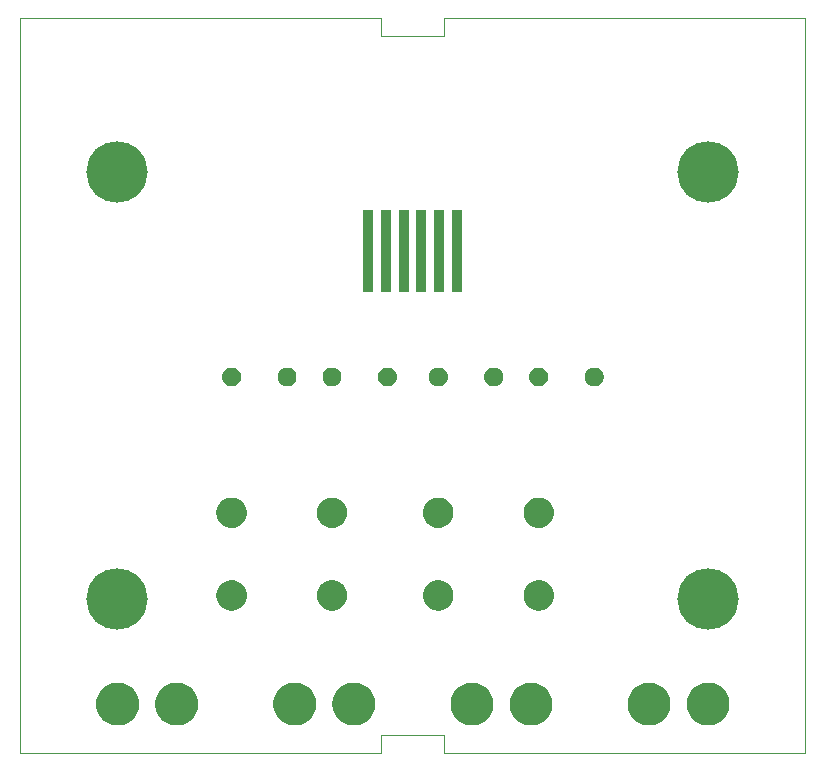
<source format=gbs>
G75*
%MOIN*%
%OFA0B0*%
%FSLAX25Y25*%
%IPPOS*%
%LPD*%
%AMOC8*
5,1,8,0,0,1.08239X$1,22.5*
%
%ADD10C,0.00000*%
%ADD11C,0.08661*%
%ADD12C,0.06299*%
%ADD13C,0.03543*%
%ADD14C,0.02362*%
%ADD15C,0.20472*%
%ADD16C,0.04800*%
%ADD17C,0.05250*%
%ADD18C,0.05315*%
%ADD19C,0.07677*%
%ADD20R,0.03346X0.27559*%
D10*
X0001300Y0010394D02*
X0001300Y0255276D01*
X0121772Y0255276D01*
X0121772Y0249370D01*
X0142639Y0249370D01*
X0142639Y0255276D01*
X0263111Y0255276D01*
X0263111Y0010394D01*
X0142639Y0010394D01*
X0142639Y0016299D01*
X0121772Y0016299D01*
X0121772Y0010394D01*
X0001300Y0010394D01*
X0029449Y0061575D02*
X0029451Y0061706D01*
X0029457Y0061838D01*
X0029467Y0061969D01*
X0029481Y0062100D01*
X0029499Y0062230D01*
X0029521Y0062359D01*
X0029546Y0062488D01*
X0029576Y0062616D01*
X0029610Y0062743D01*
X0029647Y0062870D01*
X0029688Y0062994D01*
X0029733Y0063118D01*
X0029782Y0063240D01*
X0029834Y0063361D01*
X0029890Y0063479D01*
X0029950Y0063597D01*
X0030013Y0063712D01*
X0030080Y0063825D01*
X0030150Y0063937D01*
X0030223Y0064046D01*
X0030299Y0064152D01*
X0030379Y0064257D01*
X0030462Y0064359D01*
X0030548Y0064458D01*
X0030637Y0064555D01*
X0030729Y0064649D01*
X0030824Y0064740D01*
X0030921Y0064829D01*
X0031021Y0064914D01*
X0031124Y0064996D01*
X0031229Y0065075D01*
X0031336Y0065151D01*
X0031446Y0065223D01*
X0031558Y0065292D01*
X0031672Y0065358D01*
X0031787Y0065420D01*
X0031905Y0065479D01*
X0032024Y0065534D01*
X0032145Y0065586D01*
X0032268Y0065633D01*
X0032392Y0065677D01*
X0032517Y0065718D01*
X0032643Y0065754D01*
X0032771Y0065787D01*
X0032899Y0065815D01*
X0033028Y0065840D01*
X0033158Y0065861D01*
X0033288Y0065878D01*
X0033419Y0065891D01*
X0033550Y0065900D01*
X0033681Y0065905D01*
X0033813Y0065906D01*
X0033944Y0065903D01*
X0034076Y0065896D01*
X0034207Y0065885D01*
X0034337Y0065870D01*
X0034467Y0065851D01*
X0034597Y0065828D01*
X0034725Y0065802D01*
X0034853Y0065771D01*
X0034980Y0065736D01*
X0035106Y0065698D01*
X0035230Y0065656D01*
X0035354Y0065610D01*
X0035475Y0065560D01*
X0035595Y0065507D01*
X0035714Y0065450D01*
X0035831Y0065390D01*
X0035945Y0065326D01*
X0036058Y0065258D01*
X0036169Y0065187D01*
X0036278Y0065113D01*
X0036384Y0065036D01*
X0036488Y0064955D01*
X0036589Y0064872D01*
X0036688Y0064785D01*
X0036784Y0064695D01*
X0036877Y0064602D01*
X0036968Y0064507D01*
X0037055Y0064409D01*
X0037140Y0064308D01*
X0037221Y0064205D01*
X0037299Y0064099D01*
X0037374Y0063991D01*
X0037446Y0063881D01*
X0037514Y0063769D01*
X0037579Y0063655D01*
X0037640Y0063538D01*
X0037698Y0063420D01*
X0037752Y0063300D01*
X0037803Y0063179D01*
X0037850Y0063056D01*
X0037893Y0062932D01*
X0037932Y0062807D01*
X0037968Y0062680D01*
X0037999Y0062552D01*
X0038027Y0062424D01*
X0038051Y0062295D01*
X0038071Y0062165D01*
X0038087Y0062034D01*
X0038099Y0061903D01*
X0038107Y0061772D01*
X0038111Y0061641D01*
X0038111Y0061509D01*
X0038107Y0061378D01*
X0038099Y0061247D01*
X0038087Y0061116D01*
X0038071Y0060985D01*
X0038051Y0060855D01*
X0038027Y0060726D01*
X0037999Y0060598D01*
X0037968Y0060470D01*
X0037932Y0060343D01*
X0037893Y0060218D01*
X0037850Y0060094D01*
X0037803Y0059971D01*
X0037752Y0059850D01*
X0037698Y0059730D01*
X0037640Y0059612D01*
X0037579Y0059495D01*
X0037514Y0059381D01*
X0037446Y0059269D01*
X0037374Y0059159D01*
X0037299Y0059051D01*
X0037221Y0058945D01*
X0037140Y0058842D01*
X0037055Y0058741D01*
X0036968Y0058643D01*
X0036877Y0058548D01*
X0036784Y0058455D01*
X0036688Y0058365D01*
X0036589Y0058278D01*
X0036488Y0058195D01*
X0036384Y0058114D01*
X0036278Y0058037D01*
X0036169Y0057963D01*
X0036058Y0057892D01*
X0035946Y0057824D01*
X0035831Y0057760D01*
X0035714Y0057700D01*
X0035595Y0057643D01*
X0035475Y0057590D01*
X0035354Y0057540D01*
X0035230Y0057494D01*
X0035106Y0057452D01*
X0034980Y0057414D01*
X0034853Y0057379D01*
X0034725Y0057348D01*
X0034597Y0057322D01*
X0034467Y0057299D01*
X0034337Y0057280D01*
X0034207Y0057265D01*
X0034076Y0057254D01*
X0033944Y0057247D01*
X0033813Y0057244D01*
X0033681Y0057245D01*
X0033550Y0057250D01*
X0033419Y0057259D01*
X0033288Y0057272D01*
X0033158Y0057289D01*
X0033028Y0057310D01*
X0032899Y0057335D01*
X0032771Y0057363D01*
X0032643Y0057396D01*
X0032517Y0057432D01*
X0032392Y0057473D01*
X0032268Y0057517D01*
X0032145Y0057564D01*
X0032024Y0057616D01*
X0031905Y0057671D01*
X0031787Y0057730D01*
X0031672Y0057792D01*
X0031558Y0057858D01*
X0031446Y0057927D01*
X0031336Y0057999D01*
X0031229Y0058075D01*
X0031124Y0058154D01*
X0031021Y0058236D01*
X0030921Y0058321D01*
X0030824Y0058410D01*
X0030729Y0058501D01*
X0030637Y0058595D01*
X0030548Y0058692D01*
X0030462Y0058791D01*
X0030379Y0058893D01*
X0030299Y0058998D01*
X0030223Y0059104D01*
X0030150Y0059213D01*
X0030080Y0059325D01*
X0030013Y0059438D01*
X0029950Y0059553D01*
X0029890Y0059671D01*
X0029834Y0059789D01*
X0029782Y0059910D01*
X0029733Y0060032D01*
X0029688Y0060156D01*
X0029647Y0060280D01*
X0029610Y0060407D01*
X0029576Y0060534D01*
X0029546Y0060662D01*
X0029521Y0060791D01*
X0029499Y0060920D01*
X0029481Y0061050D01*
X0029467Y0061181D01*
X0029457Y0061312D01*
X0029451Y0061444D01*
X0029449Y0061575D01*
X0029449Y0204094D02*
X0029451Y0204225D01*
X0029457Y0204357D01*
X0029467Y0204488D01*
X0029481Y0204619D01*
X0029499Y0204749D01*
X0029521Y0204878D01*
X0029546Y0205007D01*
X0029576Y0205135D01*
X0029610Y0205262D01*
X0029647Y0205389D01*
X0029688Y0205513D01*
X0029733Y0205637D01*
X0029782Y0205759D01*
X0029834Y0205880D01*
X0029890Y0205998D01*
X0029950Y0206116D01*
X0030013Y0206231D01*
X0030080Y0206344D01*
X0030150Y0206456D01*
X0030223Y0206565D01*
X0030299Y0206671D01*
X0030379Y0206776D01*
X0030462Y0206878D01*
X0030548Y0206977D01*
X0030637Y0207074D01*
X0030729Y0207168D01*
X0030824Y0207259D01*
X0030921Y0207348D01*
X0031021Y0207433D01*
X0031124Y0207515D01*
X0031229Y0207594D01*
X0031336Y0207670D01*
X0031446Y0207742D01*
X0031558Y0207811D01*
X0031672Y0207877D01*
X0031787Y0207939D01*
X0031905Y0207998D01*
X0032024Y0208053D01*
X0032145Y0208105D01*
X0032268Y0208152D01*
X0032392Y0208196D01*
X0032517Y0208237D01*
X0032643Y0208273D01*
X0032771Y0208306D01*
X0032899Y0208334D01*
X0033028Y0208359D01*
X0033158Y0208380D01*
X0033288Y0208397D01*
X0033419Y0208410D01*
X0033550Y0208419D01*
X0033681Y0208424D01*
X0033813Y0208425D01*
X0033944Y0208422D01*
X0034076Y0208415D01*
X0034207Y0208404D01*
X0034337Y0208389D01*
X0034467Y0208370D01*
X0034597Y0208347D01*
X0034725Y0208321D01*
X0034853Y0208290D01*
X0034980Y0208255D01*
X0035106Y0208217D01*
X0035230Y0208175D01*
X0035354Y0208129D01*
X0035475Y0208079D01*
X0035595Y0208026D01*
X0035714Y0207969D01*
X0035831Y0207909D01*
X0035945Y0207845D01*
X0036058Y0207777D01*
X0036169Y0207706D01*
X0036278Y0207632D01*
X0036384Y0207555D01*
X0036488Y0207474D01*
X0036589Y0207391D01*
X0036688Y0207304D01*
X0036784Y0207214D01*
X0036877Y0207121D01*
X0036968Y0207026D01*
X0037055Y0206928D01*
X0037140Y0206827D01*
X0037221Y0206724D01*
X0037299Y0206618D01*
X0037374Y0206510D01*
X0037446Y0206400D01*
X0037514Y0206288D01*
X0037579Y0206174D01*
X0037640Y0206057D01*
X0037698Y0205939D01*
X0037752Y0205819D01*
X0037803Y0205698D01*
X0037850Y0205575D01*
X0037893Y0205451D01*
X0037932Y0205326D01*
X0037968Y0205199D01*
X0037999Y0205071D01*
X0038027Y0204943D01*
X0038051Y0204814D01*
X0038071Y0204684D01*
X0038087Y0204553D01*
X0038099Y0204422D01*
X0038107Y0204291D01*
X0038111Y0204160D01*
X0038111Y0204028D01*
X0038107Y0203897D01*
X0038099Y0203766D01*
X0038087Y0203635D01*
X0038071Y0203504D01*
X0038051Y0203374D01*
X0038027Y0203245D01*
X0037999Y0203117D01*
X0037968Y0202989D01*
X0037932Y0202862D01*
X0037893Y0202737D01*
X0037850Y0202613D01*
X0037803Y0202490D01*
X0037752Y0202369D01*
X0037698Y0202249D01*
X0037640Y0202131D01*
X0037579Y0202014D01*
X0037514Y0201900D01*
X0037446Y0201788D01*
X0037374Y0201678D01*
X0037299Y0201570D01*
X0037221Y0201464D01*
X0037140Y0201361D01*
X0037055Y0201260D01*
X0036968Y0201162D01*
X0036877Y0201067D01*
X0036784Y0200974D01*
X0036688Y0200884D01*
X0036589Y0200797D01*
X0036488Y0200714D01*
X0036384Y0200633D01*
X0036278Y0200556D01*
X0036169Y0200482D01*
X0036058Y0200411D01*
X0035946Y0200343D01*
X0035831Y0200279D01*
X0035714Y0200219D01*
X0035595Y0200162D01*
X0035475Y0200109D01*
X0035354Y0200059D01*
X0035230Y0200013D01*
X0035106Y0199971D01*
X0034980Y0199933D01*
X0034853Y0199898D01*
X0034725Y0199867D01*
X0034597Y0199841D01*
X0034467Y0199818D01*
X0034337Y0199799D01*
X0034207Y0199784D01*
X0034076Y0199773D01*
X0033944Y0199766D01*
X0033813Y0199763D01*
X0033681Y0199764D01*
X0033550Y0199769D01*
X0033419Y0199778D01*
X0033288Y0199791D01*
X0033158Y0199808D01*
X0033028Y0199829D01*
X0032899Y0199854D01*
X0032771Y0199882D01*
X0032643Y0199915D01*
X0032517Y0199951D01*
X0032392Y0199992D01*
X0032268Y0200036D01*
X0032145Y0200083D01*
X0032024Y0200135D01*
X0031905Y0200190D01*
X0031787Y0200249D01*
X0031672Y0200311D01*
X0031558Y0200377D01*
X0031446Y0200446D01*
X0031336Y0200518D01*
X0031229Y0200594D01*
X0031124Y0200673D01*
X0031021Y0200755D01*
X0030921Y0200840D01*
X0030824Y0200929D01*
X0030729Y0201020D01*
X0030637Y0201114D01*
X0030548Y0201211D01*
X0030462Y0201310D01*
X0030379Y0201412D01*
X0030299Y0201517D01*
X0030223Y0201623D01*
X0030150Y0201732D01*
X0030080Y0201844D01*
X0030013Y0201957D01*
X0029950Y0202072D01*
X0029890Y0202190D01*
X0029834Y0202308D01*
X0029782Y0202429D01*
X0029733Y0202551D01*
X0029688Y0202675D01*
X0029647Y0202799D01*
X0029610Y0202926D01*
X0029576Y0203053D01*
X0029546Y0203181D01*
X0029521Y0203310D01*
X0029499Y0203439D01*
X0029481Y0203569D01*
X0029467Y0203700D01*
X0029457Y0203831D01*
X0029451Y0203963D01*
X0029449Y0204094D01*
X0226300Y0204094D02*
X0226302Y0204225D01*
X0226308Y0204357D01*
X0226318Y0204488D01*
X0226332Y0204619D01*
X0226350Y0204749D01*
X0226372Y0204878D01*
X0226397Y0205007D01*
X0226427Y0205135D01*
X0226461Y0205262D01*
X0226498Y0205389D01*
X0226539Y0205513D01*
X0226584Y0205637D01*
X0226633Y0205759D01*
X0226685Y0205880D01*
X0226741Y0205998D01*
X0226801Y0206116D01*
X0226864Y0206231D01*
X0226931Y0206344D01*
X0227001Y0206456D01*
X0227074Y0206565D01*
X0227150Y0206671D01*
X0227230Y0206776D01*
X0227313Y0206878D01*
X0227399Y0206977D01*
X0227488Y0207074D01*
X0227580Y0207168D01*
X0227675Y0207259D01*
X0227772Y0207348D01*
X0227872Y0207433D01*
X0227975Y0207515D01*
X0228080Y0207594D01*
X0228187Y0207670D01*
X0228297Y0207742D01*
X0228409Y0207811D01*
X0228523Y0207877D01*
X0228638Y0207939D01*
X0228756Y0207998D01*
X0228875Y0208053D01*
X0228996Y0208105D01*
X0229119Y0208152D01*
X0229243Y0208196D01*
X0229368Y0208237D01*
X0229494Y0208273D01*
X0229622Y0208306D01*
X0229750Y0208334D01*
X0229879Y0208359D01*
X0230009Y0208380D01*
X0230139Y0208397D01*
X0230270Y0208410D01*
X0230401Y0208419D01*
X0230532Y0208424D01*
X0230664Y0208425D01*
X0230795Y0208422D01*
X0230927Y0208415D01*
X0231058Y0208404D01*
X0231188Y0208389D01*
X0231318Y0208370D01*
X0231448Y0208347D01*
X0231576Y0208321D01*
X0231704Y0208290D01*
X0231831Y0208255D01*
X0231957Y0208217D01*
X0232081Y0208175D01*
X0232205Y0208129D01*
X0232326Y0208079D01*
X0232446Y0208026D01*
X0232565Y0207969D01*
X0232682Y0207909D01*
X0232796Y0207845D01*
X0232909Y0207777D01*
X0233020Y0207706D01*
X0233129Y0207632D01*
X0233235Y0207555D01*
X0233339Y0207474D01*
X0233440Y0207391D01*
X0233539Y0207304D01*
X0233635Y0207214D01*
X0233728Y0207121D01*
X0233819Y0207026D01*
X0233906Y0206928D01*
X0233991Y0206827D01*
X0234072Y0206724D01*
X0234150Y0206618D01*
X0234225Y0206510D01*
X0234297Y0206400D01*
X0234365Y0206288D01*
X0234430Y0206174D01*
X0234491Y0206057D01*
X0234549Y0205939D01*
X0234603Y0205819D01*
X0234654Y0205698D01*
X0234701Y0205575D01*
X0234744Y0205451D01*
X0234783Y0205326D01*
X0234819Y0205199D01*
X0234850Y0205071D01*
X0234878Y0204943D01*
X0234902Y0204814D01*
X0234922Y0204684D01*
X0234938Y0204553D01*
X0234950Y0204422D01*
X0234958Y0204291D01*
X0234962Y0204160D01*
X0234962Y0204028D01*
X0234958Y0203897D01*
X0234950Y0203766D01*
X0234938Y0203635D01*
X0234922Y0203504D01*
X0234902Y0203374D01*
X0234878Y0203245D01*
X0234850Y0203117D01*
X0234819Y0202989D01*
X0234783Y0202862D01*
X0234744Y0202737D01*
X0234701Y0202613D01*
X0234654Y0202490D01*
X0234603Y0202369D01*
X0234549Y0202249D01*
X0234491Y0202131D01*
X0234430Y0202014D01*
X0234365Y0201900D01*
X0234297Y0201788D01*
X0234225Y0201678D01*
X0234150Y0201570D01*
X0234072Y0201464D01*
X0233991Y0201361D01*
X0233906Y0201260D01*
X0233819Y0201162D01*
X0233728Y0201067D01*
X0233635Y0200974D01*
X0233539Y0200884D01*
X0233440Y0200797D01*
X0233339Y0200714D01*
X0233235Y0200633D01*
X0233129Y0200556D01*
X0233020Y0200482D01*
X0232909Y0200411D01*
X0232797Y0200343D01*
X0232682Y0200279D01*
X0232565Y0200219D01*
X0232446Y0200162D01*
X0232326Y0200109D01*
X0232205Y0200059D01*
X0232081Y0200013D01*
X0231957Y0199971D01*
X0231831Y0199933D01*
X0231704Y0199898D01*
X0231576Y0199867D01*
X0231448Y0199841D01*
X0231318Y0199818D01*
X0231188Y0199799D01*
X0231058Y0199784D01*
X0230927Y0199773D01*
X0230795Y0199766D01*
X0230664Y0199763D01*
X0230532Y0199764D01*
X0230401Y0199769D01*
X0230270Y0199778D01*
X0230139Y0199791D01*
X0230009Y0199808D01*
X0229879Y0199829D01*
X0229750Y0199854D01*
X0229622Y0199882D01*
X0229494Y0199915D01*
X0229368Y0199951D01*
X0229243Y0199992D01*
X0229119Y0200036D01*
X0228996Y0200083D01*
X0228875Y0200135D01*
X0228756Y0200190D01*
X0228638Y0200249D01*
X0228523Y0200311D01*
X0228409Y0200377D01*
X0228297Y0200446D01*
X0228187Y0200518D01*
X0228080Y0200594D01*
X0227975Y0200673D01*
X0227872Y0200755D01*
X0227772Y0200840D01*
X0227675Y0200929D01*
X0227580Y0201020D01*
X0227488Y0201114D01*
X0227399Y0201211D01*
X0227313Y0201310D01*
X0227230Y0201412D01*
X0227150Y0201517D01*
X0227074Y0201623D01*
X0227001Y0201732D01*
X0226931Y0201844D01*
X0226864Y0201957D01*
X0226801Y0202072D01*
X0226741Y0202190D01*
X0226685Y0202308D01*
X0226633Y0202429D01*
X0226584Y0202551D01*
X0226539Y0202675D01*
X0226498Y0202799D01*
X0226461Y0202926D01*
X0226427Y0203053D01*
X0226397Y0203181D01*
X0226372Y0203310D01*
X0226350Y0203439D01*
X0226332Y0203569D01*
X0226318Y0203700D01*
X0226308Y0203831D01*
X0226302Y0203963D01*
X0226300Y0204094D01*
X0226300Y0061575D02*
X0226302Y0061706D01*
X0226308Y0061838D01*
X0226318Y0061969D01*
X0226332Y0062100D01*
X0226350Y0062230D01*
X0226372Y0062359D01*
X0226397Y0062488D01*
X0226427Y0062616D01*
X0226461Y0062743D01*
X0226498Y0062870D01*
X0226539Y0062994D01*
X0226584Y0063118D01*
X0226633Y0063240D01*
X0226685Y0063361D01*
X0226741Y0063479D01*
X0226801Y0063597D01*
X0226864Y0063712D01*
X0226931Y0063825D01*
X0227001Y0063937D01*
X0227074Y0064046D01*
X0227150Y0064152D01*
X0227230Y0064257D01*
X0227313Y0064359D01*
X0227399Y0064458D01*
X0227488Y0064555D01*
X0227580Y0064649D01*
X0227675Y0064740D01*
X0227772Y0064829D01*
X0227872Y0064914D01*
X0227975Y0064996D01*
X0228080Y0065075D01*
X0228187Y0065151D01*
X0228297Y0065223D01*
X0228409Y0065292D01*
X0228523Y0065358D01*
X0228638Y0065420D01*
X0228756Y0065479D01*
X0228875Y0065534D01*
X0228996Y0065586D01*
X0229119Y0065633D01*
X0229243Y0065677D01*
X0229368Y0065718D01*
X0229494Y0065754D01*
X0229622Y0065787D01*
X0229750Y0065815D01*
X0229879Y0065840D01*
X0230009Y0065861D01*
X0230139Y0065878D01*
X0230270Y0065891D01*
X0230401Y0065900D01*
X0230532Y0065905D01*
X0230664Y0065906D01*
X0230795Y0065903D01*
X0230927Y0065896D01*
X0231058Y0065885D01*
X0231188Y0065870D01*
X0231318Y0065851D01*
X0231448Y0065828D01*
X0231576Y0065802D01*
X0231704Y0065771D01*
X0231831Y0065736D01*
X0231957Y0065698D01*
X0232081Y0065656D01*
X0232205Y0065610D01*
X0232326Y0065560D01*
X0232446Y0065507D01*
X0232565Y0065450D01*
X0232682Y0065390D01*
X0232796Y0065326D01*
X0232909Y0065258D01*
X0233020Y0065187D01*
X0233129Y0065113D01*
X0233235Y0065036D01*
X0233339Y0064955D01*
X0233440Y0064872D01*
X0233539Y0064785D01*
X0233635Y0064695D01*
X0233728Y0064602D01*
X0233819Y0064507D01*
X0233906Y0064409D01*
X0233991Y0064308D01*
X0234072Y0064205D01*
X0234150Y0064099D01*
X0234225Y0063991D01*
X0234297Y0063881D01*
X0234365Y0063769D01*
X0234430Y0063655D01*
X0234491Y0063538D01*
X0234549Y0063420D01*
X0234603Y0063300D01*
X0234654Y0063179D01*
X0234701Y0063056D01*
X0234744Y0062932D01*
X0234783Y0062807D01*
X0234819Y0062680D01*
X0234850Y0062552D01*
X0234878Y0062424D01*
X0234902Y0062295D01*
X0234922Y0062165D01*
X0234938Y0062034D01*
X0234950Y0061903D01*
X0234958Y0061772D01*
X0234962Y0061641D01*
X0234962Y0061509D01*
X0234958Y0061378D01*
X0234950Y0061247D01*
X0234938Y0061116D01*
X0234922Y0060985D01*
X0234902Y0060855D01*
X0234878Y0060726D01*
X0234850Y0060598D01*
X0234819Y0060470D01*
X0234783Y0060343D01*
X0234744Y0060218D01*
X0234701Y0060094D01*
X0234654Y0059971D01*
X0234603Y0059850D01*
X0234549Y0059730D01*
X0234491Y0059612D01*
X0234430Y0059495D01*
X0234365Y0059381D01*
X0234297Y0059269D01*
X0234225Y0059159D01*
X0234150Y0059051D01*
X0234072Y0058945D01*
X0233991Y0058842D01*
X0233906Y0058741D01*
X0233819Y0058643D01*
X0233728Y0058548D01*
X0233635Y0058455D01*
X0233539Y0058365D01*
X0233440Y0058278D01*
X0233339Y0058195D01*
X0233235Y0058114D01*
X0233129Y0058037D01*
X0233020Y0057963D01*
X0232909Y0057892D01*
X0232797Y0057824D01*
X0232682Y0057760D01*
X0232565Y0057700D01*
X0232446Y0057643D01*
X0232326Y0057590D01*
X0232205Y0057540D01*
X0232081Y0057494D01*
X0231957Y0057452D01*
X0231831Y0057414D01*
X0231704Y0057379D01*
X0231576Y0057348D01*
X0231448Y0057322D01*
X0231318Y0057299D01*
X0231188Y0057280D01*
X0231058Y0057265D01*
X0230927Y0057254D01*
X0230795Y0057247D01*
X0230664Y0057244D01*
X0230532Y0057245D01*
X0230401Y0057250D01*
X0230270Y0057259D01*
X0230139Y0057272D01*
X0230009Y0057289D01*
X0229879Y0057310D01*
X0229750Y0057335D01*
X0229622Y0057363D01*
X0229494Y0057396D01*
X0229368Y0057432D01*
X0229243Y0057473D01*
X0229119Y0057517D01*
X0228996Y0057564D01*
X0228875Y0057616D01*
X0228756Y0057671D01*
X0228638Y0057730D01*
X0228523Y0057792D01*
X0228409Y0057858D01*
X0228297Y0057927D01*
X0228187Y0057999D01*
X0228080Y0058075D01*
X0227975Y0058154D01*
X0227872Y0058236D01*
X0227772Y0058321D01*
X0227675Y0058410D01*
X0227580Y0058501D01*
X0227488Y0058595D01*
X0227399Y0058692D01*
X0227313Y0058791D01*
X0227230Y0058893D01*
X0227150Y0058998D01*
X0227074Y0059104D01*
X0227001Y0059213D01*
X0226931Y0059325D01*
X0226864Y0059438D01*
X0226801Y0059553D01*
X0226741Y0059671D01*
X0226685Y0059789D01*
X0226633Y0059910D01*
X0226584Y0060032D01*
X0226539Y0060156D01*
X0226498Y0060280D01*
X0226461Y0060407D01*
X0226427Y0060534D01*
X0226397Y0060662D01*
X0226372Y0060791D01*
X0226350Y0060920D01*
X0226332Y0061050D01*
X0226318Y0061181D01*
X0226308Y0061312D01*
X0226302Y0061444D01*
X0226300Y0061575D01*
D11*
X0230631Y0061575D03*
X0230631Y0204094D03*
X0033780Y0204094D03*
X0033780Y0061575D03*
D12*
X0029843Y0026732D02*
X0029845Y0026857D01*
X0029851Y0026982D01*
X0029861Y0027106D01*
X0029875Y0027230D01*
X0029892Y0027354D01*
X0029914Y0027477D01*
X0029940Y0027599D01*
X0029969Y0027721D01*
X0030002Y0027841D01*
X0030040Y0027960D01*
X0030080Y0028079D01*
X0030125Y0028195D01*
X0030173Y0028310D01*
X0030225Y0028424D01*
X0030281Y0028536D01*
X0030340Y0028646D01*
X0030402Y0028754D01*
X0030468Y0028861D01*
X0030537Y0028965D01*
X0030610Y0029066D01*
X0030685Y0029166D01*
X0030764Y0029263D01*
X0030846Y0029357D01*
X0030931Y0029449D01*
X0031018Y0029538D01*
X0031109Y0029624D01*
X0031202Y0029707D01*
X0031298Y0029788D01*
X0031396Y0029865D01*
X0031496Y0029939D01*
X0031599Y0030010D01*
X0031704Y0030077D01*
X0031812Y0030142D01*
X0031921Y0030202D01*
X0032032Y0030260D01*
X0032145Y0030313D01*
X0032259Y0030363D01*
X0032375Y0030410D01*
X0032492Y0030452D01*
X0032611Y0030491D01*
X0032731Y0030527D01*
X0032852Y0030558D01*
X0032974Y0030586D01*
X0033096Y0030609D01*
X0033220Y0030629D01*
X0033344Y0030645D01*
X0033468Y0030657D01*
X0033593Y0030665D01*
X0033718Y0030669D01*
X0033842Y0030669D01*
X0033967Y0030665D01*
X0034092Y0030657D01*
X0034216Y0030645D01*
X0034340Y0030629D01*
X0034464Y0030609D01*
X0034586Y0030586D01*
X0034708Y0030558D01*
X0034829Y0030527D01*
X0034949Y0030491D01*
X0035068Y0030452D01*
X0035185Y0030410D01*
X0035301Y0030363D01*
X0035415Y0030313D01*
X0035528Y0030260D01*
X0035639Y0030202D01*
X0035749Y0030142D01*
X0035856Y0030077D01*
X0035961Y0030010D01*
X0036064Y0029939D01*
X0036164Y0029865D01*
X0036262Y0029788D01*
X0036358Y0029707D01*
X0036451Y0029624D01*
X0036542Y0029538D01*
X0036629Y0029449D01*
X0036714Y0029357D01*
X0036796Y0029263D01*
X0036875Y0029166D01*
X0036950Y0029066D01*
X0037023Y0028965D01*
X0037092Y0028861D01*
X0037158Y0028754D01*
X0037220Y0028646D01*
X0037279Y0028536D01*
X0037335Y0028424D01*
X0037387Y0028310D01*
X0037435Y0028195D01*
X0037480Y0028079D01*
X0037520Y0027960D01*
X0037558Y0027841D01*
X0037591Y0027721D01*
X0037620Y0027599D01*
X0037646Y0027477D01*
X0037668Y0027354D01*
X0037685Y0027230D01*
X0037699Y0027106D01*
X0037709Y0026982D01*
X0037715Y0026857D01*
X0037717Y0026732D01*
X0037715Y0026607D01*
X0037709Y0026482D01*
X0037699Y0026358D01*
X0037685Y0026234D01*
X0037668Y0026110D01*
X0037646Y0025987D01*
X0037620Y0025865D01*
X0037591Y0025743D01*
X0037558Y0025623D01*
X0037520Y0025504D01*
X0037480Y0025385D01*
X0037435Y0025269D01*
X0037387Y0025154D01*
X0037335Y0025040D01*
X0037279Y0024928D01*
X0037220Y0024818D01*
X0037158Y0024710D01*
X0037092Y0024603D01*
X0037023Y0024499D01*
X0036950Y0024398D01*
X0036875Y0024298D01*
X0036796Y0024201D01*
X0036714Y0024107D01*
X0036629Y0024015D01*
X0036542Y0023926D01*
X0036451Y0023840D01*
X0036358Y0023757D01*
X0036262Y0023676D01*
X0036164Y0023599D01*
X0036064Y0023525D01*
X0035961Y0023454D01*
X0035856Y0023387D01*
X0035748Y0023322D01*
X0035639Y0023262D01*
X0035528Y0023204D01*
X0035415Y0023151D01*
X0035301Y0023101D01*
X0035185Y0023054D01*
X0035068Y0023012D01*
X0034949Y0022973D01*
X0034829Y0022937D01*
X0034708Y0022906D01*
X0034586Y0022878D01*
X0034464Y0022855D01*
X0034340Y0022835D01*
X0034216Y0022819D01*
X0034092Y0022807D01*
X0033967Y0022799D01*
X0033842Y0022795D01*
X0033718Y0022795D01*
X0033593Y0022799D01*
X0033468Y0022807D01*
X0033344Y0022819D01*
X0033220Y0022835D01*
X0033096Y0022855D01*
X0032974Y0022878D01*
X0032852Y0022906D01*
X0032731Y0022937D01*
X0032611Y0022973D01*
X0032492Y0023012D01*
X0032375Y0023054D01*
X0032259Y0023101D01*
X0032145Y0023151D01*
X0032032Y0023204D01*
X0031921Y0023262D01*
X0031811Y0023322D01*
X0031704Y0023387D01*
X0031599Y0023454D01*
X0031496Y0023525D01*
X0031396Y0023599D01*
X0031298Y0023676D01*
X0031202Y0023757D01*
X0031109Y0023840D01*
X0031018Y0023926D01*
X0030931Y0024015D01*
X0030846Y0024107D01*
X0030764Y0024201D01*
X0030685Y0024298D01*
X0030610Y0024398D01*
X0030537Y0024499D01*
X0030468Y0024603D01*
X0030402Y0024710D01*
X0030340Y0024818D01*
X0030281Y0024928D01*
X0030225Y0025040D01*
X0030173Y0025154D01*
X0030125Y0025269D01*
X0030080Y0025385D01*
X0030040Y0025504D01*
X0030002Y0025623D01*
X0029969Y0025743D01*
X0029940Y0025865D01*
X0029914Y0025987D01*
X0029892Y0026110D01*
X0029875Y0026234D01*
X0029861Y0026358D01*
X0029851Y0026482D01*
X0029845Y0026607D01*
X0029843Y0026732D01*
X0049528Y0026732D02*
X0049530Y0026857D01*
X0049536Y0026982D01*
X0049546Y0027106D01*
X0049560Y0027230D01*
X0049577Y0027354D01*
X0049599Y0027477D01*
X0049625Y0027599D01*
X0049654Y0027721D01*
X0049687Y0027841D01*
X0049725Y0027960D01*
X0049765Y0028079D01*
X0049810Y0028195D01*
X0049858Y0028310D01*
X0049910Y0028424D01*
X0049966Y0028536D01*
X0050025Y0028646D01*
X0050087Y0028754D01*
X0050153Y0028861D01*
X0050222Y0028965D01*
X0050295Y0029066D01*
X0050370Y0029166D01*
X0050449Y0029263D01*
X0050531Y0029357D01*
X0050616Y0029449D01*
X0050703Y0029538D01*
X0050794Y0029624D01*
X0050887Y0029707D01*
X0050983Y0029788D01*
X0051081Y0029865D01*
X0051181Y0029939D01*
X0051284Y0030010D01*
X0051389Y0030077D01*
X0051497Y0030142D01*
X0051606Y0030202D01*
X0051717Y0030260D01*
X0051830Y0030313D01*
X0051944Y0030363D01*
X0052060Y0030410D01*
X0052177Y0030452D01*
X0052296Y0030491D01*
X0052416Y0030527D01*
X0052537Y0030558D01*
X0052659Y0030586D01*
X0052781Y0030609D01*
X0052905Y0030629D01*
X0053029Y0030645D01*
X0053153Y0030657D01*
X0053278Y0030665D01*
X0053403Y0030669D01*
X0053527Y0030669D01*
X0053652Y0030665D01*
X0053777Y0030657D01*
X0053901Y0030645D01*
X0054025Y0030629D01*
X0054149Y0030609D01*
X0054271Y0030586D01*
X0054393Y0030558D01*
X0054514Y0030527D01*
X0054634Y0030491D01*
X0054753Y0030452D01*
X0054870Y0030410D01*
X0054986Y0030363D01*
X0055100Y0030313D01*
X0055213Y0030260D01*
X0055324Y0030202D01*
X0055434Y0030142D01*
X0055541Y0030077D01*
X0055646Y0030010D01*
X0055749Y0029939D01*
X0055849Y0029865D01*
X0055947Y0029788D01*
X0056043Y0029707D01*
X0056136Y0029624D01*
X0056227Y0029538D01*
X0056314Y0029449D01*
X0056399Y0029357D01*
X0056481Y0029263D01*
X0056560Y0029166D01*
X0056635Y0029066D01*
X0056708Y0028965D01*
X0056777Y0028861D01*
X0056843Y0028754D01*
X0056905Y0028646D01*
X0056964Y0028536D01*
X0057020Y0028424D01*
X0057072Y0028310D01*
X0057120Y0028195D01*
X0057165Y0028079D01*
X0057205Y0027960D01*
X0057243Y0027841D01*
X0057276Y0027721D01*
X0057305Y0027599D01*
X0057331Y0027477D01*
X0057353Y0027354D01*
X0057370Y0027230D01*
X0057384Y0027106D01*
X0057394Y0026982D01*
X0057400Y0026857D01*
X0057402Y0026732D01*
X0057400Y0026607D01*
X0057394Y0026482D01*
X0057384Y0026358D01*
X0057370Y0026234D01*
X0057353Y0026110D01*
X0057331Y0025987D01*
X0057305Y0025865D01*
X0057276Y0025743D01*
X0057243Y0025623D01*
X0057205Y0025504D01*
X0057165Y0025385D01*
X0057120Y0025269D01*
X0057072Y0025154D01*
X0057020Y0025040D01*
X0056964Y0024928D01*
X0056905Y0024818D01*
X0056843Y0024710D01*
X0056777Y0024603D01*
X0056708Y0024499D01*
X0056635Y0024398D01*
X0056560Y0024298D01*
X0056481Y0024201D01*
X0056399Y0024107D01*
X0056314Y0024015D01*
X0056227Y0023926D01*
X0056136Y0023840D01*
X0056043Y0023757D01*
X0055947Y0023676D01*
X0055849Y0023599D01*
X0055749Y0023525D01*
X0055646Y0023454D01*
X0055541Y0023387D01*
X0055433Y0023322D01*
X0055324Y0023262D01*
X0055213Y0023204D01*
X0055100Y0023151D01*
X0054986Y0023101D01*
X0054870Y0023054D01*
X0054753Y0023012D01*
X0054634Y0022973D01*
X0054514Y0022937D01*
X0054393Y0022906D01*
X0054271Y0022878D01*
X0054149Y0022855D01*
X0054025Y0022835D01*
X0053901Y0022819D01*
X0053777Y0022807D01*
X0053652Y0022799D01*
X0053527Y0022795D01*
X0053403Y0022795D01*
X0053278Y0022799D01*
X0053153Y0022807D01*
X0053029Y0022819D01*
X0052905Y0022835D01*
X0052781Y0022855D01*
X0052659Y0022878D01*
X0052537Y0022906D01*
X0052416Y0022937D01*
X0052296Y0022973D01*
X0052177Y0023012D01*
X0052060Y0023054D01*
X0051944Y0023101D01*
X0051830Y0023151D01*
X0051717Y0023204D01*
X0051606Y0023262D01*
X0051496Y0023322D01*
X0051389Y0023387D01*
X0051284Y0023454D01*
X0051181Y0023525D01*
X0051081Y0023599D01*
X0050983Y0023676D01*
X0050887Y0023757D01*
X0050794Y0023840D01*
X0050703Y0023926D01*
X0050616Y0024015D01*
X0050531Y0024107D01*
X0050449Y0024201D01*
X0050370Y0024298D01*
X0050295Y0024398D01*
X0050222Y0024499D01*
X0050153Y0024603D01*
X0050087Y0024710D01*
X0050025Y0024818D01*
X0049966Y0024928D01*
X0049910Y0025040D01*
X0049858Y0025154D01*
X0049810Y0025269D01*
X0049765Y0025385D01*
X0049725Y0025504D01*
X0049687Y0025623D01*
X0049654Y0025743D01*
X0049625Y0025865D01*
X0049599Y0025987D01*
X0049577Y0026110D01*
X0049560Y0026234D01*
X0049546Y0026358D01*
X0049536Y0026482D01*
X0049530Y0026607D01*
X0049528Y0026732D01*
X0088898Y0026732D02*
X0088900Y0026857D01*
X0088906Y0026982D01*
X0088916Y0027106D01*
X0088930Y0027230D01*
X0088947Y0027354D01*
X0088969Y0027477D01*
X0088995Y0027599D01*
X0089024Y0027721D01*
X0089057Y0027841D01*
X0089095Y0027960D01*
X0089135Y0028079D01*
X0089180Y0028195D01*
X0089228Y0028310D01*
X0089280Y0028424D01*
X0089336Y0028536D01*
X0089395Y0028646D01*
X0089457Y0028754D01*
X0089523Y0028861D01*
X0089592Y0028965D01*
X0089665Y0029066D01*
X0089740Y0029166D01*
X0089819Y0029263D01*
X0089901Y0029357D01*
X0089986Y0029449D01*
X0090073Y0029538D01*
X0090164Y0029624D01*
X0090257Y0029707D01*
X0090353Y0029788D01*
X0090451Y0029865D01*
X0090551Y0029939D01*
X0090654Y0030010D01*
X0090759Y0030077D01*
X0090867Y0030142D01*
X0090976Y0030202D01*
X0091087Y0030260D01*
X0091200Y0030313D01*
X0091314Y0030363D01*
X0091430Y0030410D01*
X0091547Y0030452D01*
X0091666Y0030491D01*
X0091786Y0030527D01*
X0091907Y0030558D01*
X0092029Y0030586D01*
X0092151Y0030609D01*
X0092275Y0030629D01*
X0092399Y0030645D01*
X0092523Y0030657D01*
X0092648Y0030665D01*
X0092773Y0030669D01*
X0092897Y0030669D01*
X0093022Y0030665D01*
X0093147Y0030657D01*
X0093271Y0030645D01*
X0093395Y0030629D01*
X0093519Y0030609D01*
X0093641Y0030586D01*
X0093763Y0030558D01*
X0093884Y0030527D01*
X0094004Y0030491D01*
X0094123Y0030452D01*
X0094240Y0030410D01*
X0094356Y0030363D01*
X0094470Y0030313D01*
X0094583Y0030260D01*
X0094694Y0030202D01*
X0094804Y0030142D01*
X0094911Y0030077D01*
X0095016Y0030010D01*
X0095119Y0029939D01*
X0095219Y0029865D01*
X0095317Y0029788D01*
X0095413Y0029707D01*
X0095506Y0029624D01*
X0095597Y0029538D01*
X0095684Y0029449D01*
X0095769Y0029357D01*
X0095851Y0029263D01*
X0095930Y0029166D01*
X0096005Y0029066D01*
X0096078Y0028965D01*
X0096147Y0028861D01*
X0096213Y0028754D01*
X0096275Y0028646D01*
X0096334Y0028536D01*
X0096390Y0028424D01*
X0096442Y0028310D01*
X0096490Y0028195D01*
X0096535Y0028079D01*
X0096575Y0027960D01*
X0096613Y0027841D01*
X0096646Y0027721D01*
X0096675Y0027599D01*
X0096701Y0027477D01*
X0096723Y0027354D01*
X0096740Y0027230D01*
X0096754Y0027106D01*
X0096764Y0026982D01*
X0096770Y0026857D01*
X0096772Y0026732D01*
X0096770Y0026607D01*
X0096764Y0026482D01*
X0096754Y0026358D01*
X0096740Y0026234D01*
X0096723Y0026110D01*
X0096701Y0025987D01*
X0096675Y0025865D01*
X0096646Y0025743D01*
X0096613Y0025623D01*
X0096575Y0025504D01*
X0096535Y0025385D01*
X0096490Y0025269D01*
X0096442Y0025154D01*
X0096390Y0025040D01*
X0096334Y0024928D01*
X0096275Y0024818D01*
X0096213Y0024710D01*
X0096147Y0024603D01*
X0096078Y0024499D01*
X0096005Y0024398D01*
X0095930Y0024298D01*
X0095851Y0024201D01*
X0095769Y0024107D01*
X0095684Y0024015D01*
X0095597Y0023926D01*
X0095506Y0023840D01*
X0095413Y0023757D01*
X0095317Y0023676D01*
X0095219Y0023599D01*
X0095119Y0023525D01*
X0095016Y0023454D01*
X0094911Y0023387D01*
X0094803Y0023322D01*
X0094694Y0023262D01*
X0094583Y0023204D01*
X0094470Y0023151D01*
X0094356Y0023101D01*
X0094240Y0023054D01*
X0094123Y0023012D01*
X0094004Y0022973D01*
X0093884Y0022937D01*
X0093763Y0022906D01*
X0093641Y0022878D01*
X0093519Y0022855D01*
X0093395Y0022835D01*
X0093271Y0022819D01*
X0093147Y0022807D01*
X0093022Y0022799D01*
X0092897Y0022795D01*
X0092773Y0022795D01*
X0092648Y0022799D01*
X0092523Y0022807D01*
X0092399Y0022819D01*
X0092275Y0022835D01*
X0092151Y0022855D01*
X0092029Y0022878D01*
X0091907Y0022906D01*
X0091786Y0022937D01*
X0091666Y0022973D01*
X0091547Y0023012D01*
X0091430Y0023054D01*
X0091314Y0023101D01*
X0091200Y0023151D01*
X0091087Y0023204D01*
X0090976Y0023262D01*
X0090866Y0023322D01*
X0090759Y0023387D01*
X0090654Y0023454D01*
X0090551Y0023525D01*
X0090451Y0023599D01*
X0090353Y0023676D01*
X0090257Y0023757D01*
X0090164Y0023840D01*
X0090073Y0023926D01*
X0089986Y0024015D01*
X0089901Y0024107D01*
X0089819Y0024201D01*
X0089740Y0024298D01*
X0089665Y0024398D01*
X0089592Y0024499D01*
X0089523Y0024603D01*
X0089457Y0024710D01*
X0089395Y0024818D01*
X0089336Y0024928D01*
X0089280Y0025040D01*
X0089228Y0025154D01*
X0089180Y0025269D01*
X0089135Y0025385D01*
X0089095Y0025504D01*
X0089057Y0025623D01*
X0089024Y0025743D01*
X0088995Y0025865D01*
X0088969Y0025987D01*
X0088947Y0026110D01*
X0088930Y0026234D01*
X0088916Y0026358D01*
X0088906Y0026482D01*
X0088900Y0026607D01*
X0088898Y0026732D01*
X0108583Y0026732D02*
X0108585Y0026857D01*
X0108591Y0026982D01*
X0108601Y0027106D01*
X0108615Y0027230D01*
X0108632Y0027354D01*
X0108654Y0027477D01*
X0108680Y0027599D01*
X0108709Y0027721D01*
X0108742Y0027841D01*
X0108780Y0027960D01*
X0108820Y0028079D01*
X0108865Y0028195D01*
X0108913Y0028310D01*
X0108965Y0028424D01*
X0109021Y0028536D01*
X0109080Y0028646D01*
X0109142Y0028754D01*
X0109208Y0028861D01*
X0109277Y0028965D01*
X0109350Y0029066D01*
X0109425Y0029166D01*
X0109504Y0029263D01*
X0109586Y0029357D01*
X0109671Y0029449D01*
X0109758Y0029538D01*
X0109849Y0029624D01*
X0109942Y0029707D01*
X0110038Y0029788D01*
X0110136Y0029865D01*
X0110236Y0029939D01*
X0110339Y0030010D01*
X0110444Y0030077D01*
X0110552Y0030142D01*
X0110661Y0030202D01*
X0110772Y0030260D01*
X0110885Y0030313D01*
X0110999Y0030363D01*
X0111115Y0030410D01*
X0111232Y0030452D01*
X0111351Y0030491D01*
X0111471Y0030527D01*
X0111592Y0030558D01*
X0111714Y0030586D01*
X0111836Y0030609D01*
X0111960Y0030629D01*
X0112084Y0030645D01*
X0112208Y0030657D01*
X0112333Y0030665D01*
X0112458Y0030669D01*
X0112582Y0030669D01*
X0112707Y0030665D01*
X0112832Y0030657D01*
X0112956Y0030645D01*
X0113080Y0030629D01*
X0113204Y0030609D01*
X0113326Y0030586D01*
X0113448Y0030558D01*
X0113569Y0030527D01*
X0113689Y0030491D01*
X0113808Y0030452D01*
X0113925Y0030410D01*
X0114041Y0030363D01*
X0114155Y0030313D01*
X0114268Y0030260D01*
X0114379Y0030202D01*
X0114489Y0030142D01*
X0114596Y0030077D01*
X0114701Y0030010D01*
X0114804Y0029939D01*
X0114904Y0029865D01*
X0115002Y0029788D01*
X0115098Y0029707D01*
X0115191Y0029624D01*
X0115282Y0029538D01*
X0115369Y0029449D01*
X0115454Y0029357D01*
X0115536Y0029263D01*
X0115615Y0029166D01*
X0115690Y0029066D01*
X0115763Y0028965D01*
X0115832Y0028861D01*
X0115898Y0028754D01*
X0115960Y0028646D01*
X0116019Y0028536D01*
X0116075Y0028424D01*
X0116127Y0028310D01*
X0116175Y0028195D01*
X0116220Y0028079D01*
X0116260Y0027960D01*
X0116298Y0027841D01*
X0116331Y0027721D01*
X0116360Y0027599D01*
X0116386Y0027477D01*
X0116408Y0027354D01*
X0116425Y0027230D01*
X0116439Y0027106D01*
X0116449Y0026982D01*
X0116455Y0026857D01*
X0116457Y0026732D01*
X0116455Y0026607D01*
X0116449Y0026482D01*
X0116439Y0026358D01*
X0116425Y0026234D01*
X0116408Y0026110D01*
X0116386Y0025987D01*
X0116360Y0025865D01*
X0116331Y0025743D01*
X0116298Y0025623D01*
X0116260Y0025504D01*
X0116220Y0025385D01*
X0116175Y0025269D01*
X0116127Y0025154D01*
X0116075Y0025040D01*
X0116019Y0024928D01*
X0115960Y0024818D01*
X0115898Y0024710D01*
X0115832Y0024603D01*
X0115763Y0024499D01*
X0115690Y0024398D01*
X0115615Y0024298D01*
X0115536Y0024201D01*
X0115454Y0024107D01*
X0115369Y0024015D01*
X0115282Y0023926D01*
X0115191Y0023840D01*
X0115098Y0023757D01*
X0115002Y0023676D01*
X0114904Y0023599D01*
X0114804Y0023525D01*
X0114701Y0023454D01*
X0114596Y0023387D01*
X0114488Y0023322D01*
X0114379Y0023262D01*
X0114268Y0023204D01*
X0114155Y0023151D01*
X0114041Y0023101D01*
X0113925Y0023054D01*
X0113808Y0023012D01*
X0113689Y0022973D01*
X0113569Y0022937D01*
X0113448Y0022906D01*
X0113326Y0022878D01*
X0113204Y0022855D01*
X0113080Y0022835D01*
X0112956Y0022819D01*
X0112832Y0022807D01*
X0112707Y0022799D01*
X0112582Y0022795D01*
X0112458Y0022795D01*
X0112333Y0022799D01*
X0112208Y0022807D01*
X0112084Y0022819D01*
X0111960Y0022835D01*
X0111836Y0022855D01*
X0111714Y0022878D01*
X0111592Y0022906D01*
X0111471Y0022937D01*
X0111351Y0022973D01*
X0111232Y0023012D01*
X0111115Y0023054D01*
X0110999Y0023101D01*
X0110885Y0023151D01*
X0110772Y0023204D01*
X0110661Y0023262D01*
X0110551Y0023322D01*
X0110444Y0023387D01*
X0110339Y0023454D01*
X0110236Y0023525D01*
X0110136Y0023599D01*
X0110038Y0023676D01*
X0109942Y0023757D01*
X0109849Y0023840D01*
X0109758Y0023926D01*
X0109671Y0024015D01*
X0109586Y0024107D01*
X0109504Y0024201D01*
X0109425Y0024298D01*
X0109350Y0024398D01*
X0109277Y0024499D01*
X0109208Y0024603D01*
X0109142Y0024710D01*
X0109080Y0024818D01*
X0109021Y0024928D01*
X0108965Y0025040D01*
X0108913Y0025154D01*
X0108865Y0025269D01*
X0108820Y0025385D01*
X0108780Y0025504D01*
X0108742Y0025623D01*
X0108709Y0025743D01*
X0108680Y0025865D01*
X0108654Y0025987D01*
X0108632Y0026110D01*
X0108615Y0026234D01*
X0108601Y0026358D01*
X0108591Y0026482D01*
X0108585Y0026607D01*
X0108583Y0026732D01*
X0147954Y0026732D02*
X0147956Y0026857D01*
X0147962Y0026982D01*
X0147972Y0027106D01*
X0147986Y0027230D01*
X0148003Y0027354D01*
X0148025Y0027477D01*
X0148051Y0027599D01*
X0148080Y0027721D01*
X0148113Y0027841D01*
X0148151Y0027960D01*
X0148191Y0028079D01*
X0148236Y0028195D01*
X0148284Y0028310D01*
X0148336Y0028424D01*
X0148392Y0028536D01*
X0148451Y0028646D01*
X0148513Y0028754D01*
X0148579Y0028861D01*
X0148648Y0028965D01*
X0148721Y0029066D01*
X0148796Y0029166D01*
X0148875Y0029263D01*
X0148957Y0029357D01*
X0149042Y0029449D01*
X0149129Y0029538D01*
X0149220Y0029624D01*
X0149313Y0029707D01*
X0149409Y0029788D01*
X0149507Y0029865D01*
X0149607Y0029939D01*
X0149710Y0030010D01*
X0149815Y0030077D01*
X0149923Y0030142D01*
X0150032Y0030202D01*
X0150143Y0030260D01*
X0150256Y0030313D01*
X0150370Y0030363D01*
X0150486Y0030410D01*
X0150603Y0030452D01*
X0150722Y0030491D01*
X0150842Y0030527D01*
X0150963Y0030558D01*
X0151085Y0030586D01*
X0151207Y0030609D01*
X0151331Y0030629D01*
X0151455Y0030645D01*
X0151579Y0030657D01*
X0151704Y0030665D01*
X0151829Y0030669D01*
X0151953Y0030669D01*
X0152078Y0030665D01*
X0152203Y0030657D01*
X0152327Y0030645D01*
X0152451Y0030629D01*
X0152575Y0030609D01*
X0152697Y0030586D01*
X0152819Y0030558D01*
X0152940Y0030527D01*
X0153060Y0030491D01*
X0153179Y0030452D01*
X0153296Y0030410D01*
X0153412Y0030363D01*
X0153526Y0030313D01*
X0153639Y0030260D01*
X0153750Y0030202D01*
X0153860Y0030142D01*
X0153967Y0030077D01*
X0154072Y0030010D01*
X0154175Y0029939D01*
X0154275Y0029865D01*
X0154373Y0029788D01*
X0154469Y0029707D01*
X0154562Y0029624D01*
X0154653Y0029538D01*
X0154740Y0029449D01*
X0154825Y0029357D01*
X0154907Y0029263D01*
X0154986Y0029166D01*
X0155061Y0029066D01*
X0155134Y0028965D01*
X0155203Y0028861D01*
X0155269Y0028754D01*
X0155331Y0028646D01*
X0155390Y0028536D01*
X0155446Y0028424D01*
X0155498Y0028310D01*
X0155546Y0028195D01*
X0155591Y0028079D01*
X0155631Y0027960D01*
X0155669Y0027841D01*
X0155702Y0027721D01*
X0155731Y0027599D01*
X0155757Y0027477D01*
X0155779Y0027354D01*
X0155796Y0027230D01*
X0155810Y0027106D01*
X0155820Y0026982D01*
X0155826Y0026857D01*
X0155828Y0026732D01*
X0155826Y0026607D01*
X0155820Y0026482D01*
X0155810Y0026358D01*
X0155796Y0026234D01*
X0155779Y0026110D01*
X0155757Y0025987D01*
X0155731Y0025865D01*
X0155702Y0025743D01*
X0155669Y0025623D01*
X0155631Y0025504D01*
X0155591Y0025385D01*
X0155546Y0025269D01*
X0155498Y0025154D01*
X0155446Y0025040D01*
X0155390Y0024928D01*
X0155331Y0024818D01*
X0155269Y0024710D01*
X0155203Y0024603D01*
X0155134Y0024499D01*
X0155061Y0024398D01*
X0154986Y0024298D01*
X0154907Y0024201D01*
X0154825Y0024107D01*
X0154740Y0024015D01*
X0154653Y0023926D01*
X0154562Y0023840D01*
X0154469Y0023757D01*
X0154373Y0023676D01*
X0154275Y0023599D01*
X0154175Y0023525D01*
X0154072Y0023454D01*
X0153967Y0023387D01*
X0153859Y0023322D01*
X0153750Y0023262D01*
X0153639Y0023204D01*
X0153526Y0023151D01*
X0153412Y0023101D01*
X0153296Y0023054D01*
X0153179Y0023012D01*
X0153060Y0022973D01*
X0152940Y0022937D01*
X0152819Y0022906D01*
X0152697Y0022878D01*
X0152575Y0022855D01*
X0152451Y0022835D01*
X0152327Y0022819D01*
X0152203Y0022807D01*
X0152078Y0022799D01*
X0151953Y0022795D01*
X0151829Y0022795D01*
X0151704Y0022799D01*
X0151579Y0022807D01*
X0151455Y0022819D01*
X0151331Y0022835D01*
X0151207Y0022855D01*
X0151085Y0022878D01*
X0150963Y0022906D01*
X0150842Y0022937D01*
X0150722Y0022973D01*
X0150603Y0023012D01*
X0150486Y0023054D01*
X0150370Y0023101D01*
X0150256Y0023151D01*
X0150143Y0023204D01*
X0150032Y0023262D01*
X0149922Y0023322D01*
X0149815Y0023387D01*
X0149710Y0023454D01*
X0149607Y0023525D01*
X0149507Y0023599D01*
X0149409Y0023676D01*
X0149313Y0023757D01*
X0149220Y0023840D01*
X0149129Y0023926D01*
X0149042Y0024015D01*
X0148957Y0024107D01*
X0148875Y0024201D01*
X0148796Y0024298D01*
X0148721Y0024398D01*
X0148648Y0024499D01*
X0148579Y0024603D01*
X0148513Y0024710D01*
X0148451Y0024818D01*
X0148392Y0024928D01*
X0148336Y0025040D01*
X0148284Y0025154D01*
X0148236Y0025269D01*
X0148191Y0025385D01*
X0148151Y0025504D01*
X0148113Y0025623D01*
X0148080Y0025743D01*
X0148051Y0025865D01*
X0148025Y0025987D01*
X0148003Y0026110D01*
X0147986Y0026234D01*
X0147972Y0026358D01*
X0147962Y0026482D01*
X0147956Y0026607D01*
X0147954Y0026732D01*
X0167639Y0026732D02*
X0167641Y0026857D01*
X0167647Y0026982D01*
X0167657Y0027106D01*
X0167671Y0027230D01*
X0167688Y0027354D01*
X0167710Y0027477D01*
X0167736Y0027599D01*
X0167765Y0027721D01*
X0167798Y0027841D01*
X0167836Y0027960D01*
X0167876Y0028079D01*
X0167921Y0028195D01*
X0167969Y0028310D01*
X0168021Y0028424D01*
X0168077Y0028536D01*
X0168136Y0028646D01*
X0168198Y0028754D01*
X0168264Y0028861D01*
X0168333Y0028965D01*
X0168406Y0029066D01*
X0168481Y0029166D01*
X0168560Y0029263D01*
X0168642Y0029357D01*
X0168727Y0029449D01*
X0168814Y0029538D01*
X0168905Y0029624D01*
X0168998Y0029707D01*
X0169094Y0029788D01*
X0169192Y0029865D01*
X0169292Y0029939D01*
X0169395Y0030010D01*
X0169500Y0030077D01*
X0169608Y0030142D01*
X0169717Y0030202D01*
X0169828Y0030260D01*
X0169941Y0030313D01*
X0170055Y0030363D01*
X0170171Y0030410D01*
X0170288Y0030452D01*
X0170407Y0030491D01*
X0170527Y0030527D01*
X0170648Y0030558D01*
X0170770Y0030586D01*
X0170892Y0030609D01*
X0171016Y0030629D01*
X0171140Y0030645D01*
X0171264Y0030657D01*
X0171389Y0030665D01*
X0171514Y0030669D01*
X0171638Y0030669D01*
X0171763Y0030665D01*
X0171888Y0030657D01*
X0172012Y0030645D01*
X0172136Y0030629D01*
X0172260Y0030609D01*
X0172382Y0030586D01*
X0172504Y0030558D01*
X0172625Y0030527D01*
X0172745Y0030491D01*
X0172864Y0030452D01*
X0172981Y0030410D01*
X0173097Y0030363D01*
X0173211Y0030313D01*
X0173324Y0030260D01*
X0173435Y0030202D01*
X0173545Y0030142D01*
X0173652Y0030077D01*
X0173757Y0030010D01*
X0173860Y0029939D01*
X0173960Y0029865D01*
X0174058Y0029788D01*
X0174154Y0029707D01*
X0174247Y0029624D01*
X0174338Y0029538D01*
X0174425Y0029449D01*
X0174510Y0029357D01*
X0174592Y0029263D01*
X0174671Y0029166D01*
X0174746Y0029066D01*
X0174819Y0028965D01*
X0174888Y0028861D01*
X0174954Y0028754D01*
X0175016Y0028646D01*
X0175075Y0028536D01*
X0175131Y0028424D01*
X0175183Y0028310D01*
X0175231Y0028195D01*
X0175276Y0028079D01*
X0175316Y0027960D01*
X0175354Y0027841D01*
X0175387Y0027721D01*
X0175416Y0027599D01*
X0175442Y0027477D01*
X0175464Y0027354D01*
X0175481Y0027230D01*
X0175495Y0027106D01*
X0175505Y0026982D01*
X0175511Y0026857D01*
X0175513Y0026732D01*
X0175511Y0026607D01*
X0175505Y0026482D01*
X0175495Y0026358D01*
X0175481Y0026234D01*
X0175464Y0026110D01*
X0175442Y0025987D01*
X0175416Y0025865D01*
X0175387Y0025743D01*
X0175354Y0025623D01*
X0175316Y0025504D01*
X0175276Y0025385D01*
X0175231Y0025269D01*
X0175183Y0025154D01*
X0175131Y0025040D01*
X0175075Y0024928D01*
X0175016Y0024818D01*
X0174954Y0024710D01*
X0174888Y0024603D01*
X0174819Y0024499D01*
X0174746Y0024398D01*
X0174671Y0024298D01*
X0174592Y0024201D01*
X0174510Y0024107D01*
X0174425Y0024015D01*
X0174338Y0023926D01*
X0174247Y0023840D01*
X0174154Y0023757D01*
X0174058Y0023676D01*
X0173960Y0023599D01*
X0173860Y0023525D01*
X0173757Y0023454D01*
X0173652Y0023387D01*
X0173544Y0023322D01*
X0173435Y0023262D01*
X0173324Y0023204D01*
X0173211Y0023151D01*
X0173097Y0023101D01*
X0172981Y0023054D01*
X0172864Y0023012D01*
X0172745Y0022973D01*
X0172625Y0022937D01*
X0172504Y0022906D01*
X0172382Y0022878D01*
X0172260Y0022855D01*
X0172136Y0022835D01*
X0172012Y0022819D01*
X0171888Y0022807D01*
X0171763Y0022799D01*
X0171638Y0022795D01*
X0171514Y0022795D01*
X0171389Y0022799D01*
X0171264Y0022807D01*
X0171140Y0022819D01*
X0171016Y0022835D01*
X0170892Y0022855D01*
X0170770Y0022878D01*
X0170648Y0022906D01*
X0170527Y0022937D01*
X0170407Y0022973D01*
X0170288Y0023012D01*
X0170171Y0023054D01*
X0170055Y0023101D01*
X0169941Y0023151D01*
X0169828Y0023204D01*
X0169717Y0023262D01*
X0169607Y0023322D01*
X0169500Y0023387D01*
X0169395Y0023454D01*
X0169292Y0023525D01*
X0169192Y0023599D01*
X0169094Y0023676D01*
X0168998Y0023757D01*
X0168905Y0023840D01*
X0168814Y0023926D01*
X0168727Y0024015D01*
X0168642Y0024107D01*
X0168560Y0024201D01*
X0168481Y0024298D01*
X0168406Y0024398D01*
X0168333Y0024499D01*
X0168264Y0024603D01*
X0168198Y0024710D01*
X0168136Y0024818D01*
X0168077Y0024928D01*
X0168021Y0025040D01*
X0167969Y0025154D01*
X0167921Y0025269D01*
X0167876Y0025385D01*
X0167836Y0025504D01*
X0167798Y0025623D01*
X0167765Y0025743D01*
X0167736Y0025865D01*
X0167710Y0025987D01*
X0167688Y0026110D01*
X0167671Y0026234D01*
X0167657Y0026358D01*
X0167647Y0026482D01*
X0167641Y0026607D01*
X0167639Y0026732D01*
X0207009Y0026732D02*
X0207011Y0026857D01*
X0207017Y0026982D01*
X0207027Y0027106D01*
X0207041Y0027230D01*
X0207058Y0027354D01*
X0207080Y0027477D01*
X0207106Y0027599D01*
X0207135Y0027721D01*
X0207168Y0027841D01*
X0207206Y0027960D01*
X0207246Y0028079D01*
X0207291Y0028195D01*
X0207339Y0028310D01*
X0207391Y0028424D01*
X0207447Y0028536D01*
X0207506Y0028646D01*
X0207568Y0028754D01*
X0207634Y0028861D01*
X0207703Y0028965D01*
X0207776Y0029066D01*
X0207851Y0029166D01*
X0207930Y0029263D01*
X0208012Y0029357D01*
X0208097Y0029449D01*
X0208184Y0029538D01*
X0208275Y0029624D01*
X0208368Y0029707D01*
X0208464Y0029788D01*
X0208562Y0029865D01*
X0208662Y0029939D01*
X0208765Y0030010D01*
X0208870Y0030077D01*
X0208978Y0030142D01*
X0209087Y0030202D01*
X0209198Y0030260D01*
X0209311Y0030313D01*
X0209425Y0030363D01*
X0209541Y0030410D01*
X0209658Y0030452D01*
X0209777Y0030491D01*
X0209897Y0030527D01*
X0210018Y0030558D01*
X0210140Y0030586D01*
X0210262Y0030609D01*
X0210386Y0030629D01*
X0210510Y0030645D01*
X0210634Y0030657D01*
X0210759Y0030665D01*
X0210884Y0030669D01*
X0211008Y0030669D01*
X0211133Y0030665D01*
X0211258Y0030657D01*
X0211382Y0030645D01*
X0211506Y0030629D01*
X0211630Y0030609D01*
X0211752Y0030586D01*
X0211874Y0030558D01*
X0211995Y0030527D01*
X0212115Y0030491D01*
X0212234Y0030452D01*
X0212351Y0030410D01*
X0212467Y0030363D01*
X0212581Y0030313D01*
X0212694Y0030260D01*
X0212805Y0030202D01*
X0212915Y0030142D01*
X0213022Y0030077D01*
X0213127Y0030010D01*
X0213230Y0029939D01*
X0213330Y0029865D01*
X0213428Y0029788D01*
X0213524Y0029707D01*
X0213617Y0029624D01*
X0213708Y0029538D01*
X0213795Y0029449D01*
X0213880Y0029357D01*
X0213962Y0029263D01*
X0214041Y0029166D01*
X0214116Y0029066D01*
X0214189Y0028965D01*
X0214258Y0028861D01*
X0214324Y0028754D01*
X0214386Y0028646D01*
X0214445Y0028536D01*
X0214501Y0028424D01*
X0214553Y0028310D01*
X0214601Y0028195D01*
X0214646Y0028079D01*
X0214686Y0027960D01*
X0214724Y0027841D01*
X0214757Y0027721D01*
X0214786Y0027599D01*
X0214812Y0027477D01*
X0214834Y0027354D01*
X0214851Y0027230D01*
X0214865Y0027106D01*
X0214875Y0026982D01*
X0214881Y0026857D01*
X0214883Y0026732D01*
X0214881Y0026607D01*
X0214875Y0026482D01*
X0214865Y0026358D01*
X0214851Y0026234D01*
X0214834Y0026110D01*
X0214812Y0025987D01*
X0214786Y0025865D01*
X0214757Y0025743D01*
X0214724Y0025623D01*
X0214686Y0025504D01*
X0214646Y0025385D01*
X0214601Y0025269D01*
X0214553Y0025154D01*
X0214501Y0025040D01*
X0214445Y0024928D01*
X0214386Y0024818D01*
X0214324Y0024710D01*
X0214258Y0024603D01*
X0214189Y0024499D01*
X0214116Y0024398D01*
X0214041Y0024298D01*
X0213962Y0024201D01*
X0213880Y0024107D01*
X0213795Y0024015D01*
X0213708Y0023926D01*
X0213617Y0023840D01*
X0213524Y0023757D01*
X0213428Y0023676D01*
X0213330Y0023599D01*
X0213230Y0023525D01*
X0213127Y0023454D01*
X0213022Y0023387D01*
X0212914Y0023322D01*
X0212805Y0023262D01*
X0212694Y0023204D01*
X0212581Y0023151D01*
X0212467Y0023101D01*
X0212351Y0023054D01*
X0212234Y0023012D01*
X0212115Y0022973D01*
X0211995Y0022937D01*
X0211874Y0022906D01*
X0211752Y0022878D01*
X0211630Y0022855D01*
X0211506Y0022835D01*
X0211382Y0022819D01*
X0211258Y0022807D01*
X0211133Y0022799D01*
X0211008Y0022795D01*
X0210884Y0022795D01*
X0210759Y0022799D01*
X0210634Y0022807D01*
X0210510Y0022819D01*
X0210386Y0022835D01*
X0210262Y0022855D01*
X0210140Y0022878D01*
X0210018Y0022906D01*
X0209897Y0022937D01*
X0209777Y0022973D01*
X0209658Y0023012D01*
X0209541Y0023054D01*
X0209425Y0023101D01*
X0209311Y0023151D01*
X0209198Y0023204D01*
X0209087Y0023262D01*
X0208977Y0023322D01*
X0208870Y0023387D01*
X0208765Y0023454D01*
X0208662Y0023525D01*
X0208562Y0023599D01*
X0208464Y0023676D01*
X0208368Y0023757D01*
X0208275Y0023840D01*
X0208184Y0023926D01*
X0208097Y0024015D01*
X0208012Y0024107D01*
X0207930Y0024201D01*
X0207851Y0024298D01*
X0207776Y0024398D01*
X0207703Y0024499D01*
X0207634Y0024603D01*
X0207568Y0024710D01*
X0207506Y0024818D01*
X0207447Y0024928D01*
X0207391Y0025040D01*
X0207339Y0025154D01*
X0207291Y0025269D01*
X0207246Y0025385D01*
X0207206Y0025504D01*
X0207168Y0025623D01*
X0207135Y0025743D01*
X0207106Y0025865D01*
X0207080Y0025987D01*
X0207058Y0026110D01*
X0207041Y0026234D01*
X0207027Y0026358D01*
X0207017Y0026482D01*
X0207011Y0026607D01*
X0207009Y0026732D01*
X0226694Y0026732D02*
X0226696Y0026857D01*
X0226702Y0026982D01*
X0226712Y0027106D01*
X0226726Y0027230D01*
X0226743Y0027354D01*
X0226765Y0027477D01*
X0226791Y0027599D01*
X0226820Y0027721D01*
X0226853Y0027841D01*
X0226891Y0027960D01*
X0226931Y0028079D01*
X0226976Y0028195D01*
X0227024Y0028310D01*
X0227076Y0028424D01*
X0227132Y0028536D01*
X0227191Y0028646D01*
X0227253Y0028754D01*
X0227319Y0028861D01*
X0227388Y0028965D01*
X0227461Y0029066D01*
X0227536Y0029166D01*
X0227615Y0029263D01*
X0227697Y0029357D01*
X0227782Y0029449D01*
X0227869Y0029538D01*
X0227960Y0029624D01*
X0228053Y0029707D01*
X0228149Y0029788D01*
X0228247Y0029865D01*
X0228347Y0029939D01*
X0228450Y0030010D01*
X0228555Y0030077D01*
X0228663Y0030142D01*
X0228772Y0030202D01*
X0228883Y0030260D01*
X0228996Y0030313D01*
X0229110Y0030363D01*
X0229226Y0030410D01*
X0229343Y0030452D01*
X0229462Y0030491D01*
X0229582Y0030527D01*
X0229703Y0030558D01*
X0229825Y0030586D01*
X0229947Y0030609D01*
X0230071Y0030629D01*
X0230195Y0030645D01*
X0230319Y0030657D01*
X0230444Y0030665D01*
X0230569Y0030669D01*
X0230693Y0030669D01*
X0230818Y0030665D01*
X0230943Y0030657D01*
X0231067Y0030645D01*
X0231191Y0030629D01*
X0231315Y0030609D01*
X0231437Y0030586D01*
X0231559Y0030558D01*
X0231680Y0030527D01*
X0231800Y0030491D01*
X0231919Y0030452D01*
X0232036Y0030410D01*
X0232152Y0030363D01*
X0232266Y0030313D01*
X0232379Y0030260D01*
X0232490Y0030202D01*
X0232600Y0030142D01*
X0232707Y0030077D01*
X0232812Y0030010D01*
X0232915Y0029939D01*
X0233015Y0029865D01*
X0233113Y0029788D01*
X0233209Y0029707D01*
X0233302Y0029624D01*
X0233393Y0029538D01*
X0233480Y0029449D01*
X0233565Y0029357D01*
X0233647Y0029263D01*
X0233726Y0029166D01*
X0233801Y0029066D01*
X0233874Y0028965D01*
X0233943Y0028861D01*
X0234009Y0028754D01*
X0234071Y0028646D01*
X0234130Y0028536D01*
X0234186Y0028424D01*
X0234238Y0028310D01*
X0234286Y0028195D01*
X0234331Y0028079D01*
X0234371Y0027960D01*
X0234409Y0027841D01*
X0234442Y0027721D01*
X0234471Y0027599D01*
X0234497Y0027477D01*
X0234519Y0027354D01*
X0234536Y0027230D01*
X0234550Y0027106D01*
X0234560Y0026982D01*
X0234566Y0026857D01*
X0234568Y0026732D01*
X0234566Y0026607D01*
X0234560Y0026482D01*
X0234550Y0026358D01*
X0234536Y0026234D01*
X0234519Y0026110D01*
X0234497Y0025987D01*
X0234471Y0025865D01*
X0234442Y0025743D01*
X0234409Y0025623D01*
X0234371Y0025504D01*
X0234331Y0025385D01*
X0234286Y0025269D01*
X0234238Y0025154D01*
X0234186Y0025040D01*
X0234130Y0024928D01*
X0234071Y0024818D01*
X0234009Y0024710D01*
X0233943Y0024603D01*
X0233874Y0024499D01*
X0233801Y0024398D01*
X0233726Y0024298D01*
X0233647Y0024201D01*
X0233565Y0024107D01*
X0233480Y0024015D01*
X0233393Y0023926D01*
X0233302Y0023840D01*
X0233209Y0023757D01*
X0233113Y0023676D01*
X0233015Y0023599D01*
X0232915Y0023525D01*
X0232812Y0023454D01*
X0232707Y0023387D01*
X0232599Y0023322D01*
X0232490Y0023262D01*
X0232379Y0023204D01*
X0232266Y0023151D01*
X0232152Y0023101D01*
X0232036Y0023054D01*
X0231919Y0023012D01*
X0231800Y0022973D01*
X0231680Y0022937D01*
X0231559Y0022906D01*
X0231437Y0022878D01*
X0231315Y0022855D01*
X0231191Y0022835D01*
X0231067Y0022819D01*
X0230943Y0022807D01*
X0230818Y0022799D01*
X0230693Y0022795D01*
X0230569Y0022795D01*
X0230444Y0022799D01*
X0230319Y0022807D01*
X0230195Y0022819D01*
X0230071Y0022835D01*
X0229947Y0022855D01*
X0229825Y0022878D01*
X0229703Y0022906D01*
X0229582Y0022937D01*
X0229462Y0022973D01*
X0229343Y0023012D01*
X0229226Y0023054D01*
X0229110Y0023101D01*
X0228996Y0023151D01*
X0228883Y0023204D01*
X0228772Y0023262D01*
X0228662Y0023322D01*
X0228555Y0023387D01*
X0228450Y0023454D01*
X0228347Y0023525D01*
X0228247Y0023599D01*
X0228149Y0023676D01*
X0228053Y0023757D01*
X0227960Y0023840D01*
X0227869Y0023926D01*
X0227782Y0024015D01*
X0227697Y0024107D01*
X0227615Y0024201D01*
X0227536Y0024298D01*
X0227461Y0024398D01*
X0227388Y0024499D01*
X0227319Y0024603D01*
X0227253Y0024710D01*
X0227191Y0024818D01*
X0227132Y0024928D01*
X0227076Y0025040D01*
X0227024Y0025154D01*
X0226976Y0025269D01*
X0226931Y0025385D01*
X0226891Y0025504D01*
X0226853Y0025623D01*
X0226820Y0025743D01*
X0226791Y0025865D01*
X0226765Y0025987D01*
X0226743Y0026110D01*
X0226726Y0026234D01*
X0226712Y0026358D01*
X0226702Y0026482D01*
X0226696Y0026607D01*
X0226694Y0026732D01*
D13*
X0170926Y0062953D02*
X0170928Y0063066D01*
X0170934Y0063179D01*
X0170944Y0063292D01*
X0170958Y0063405D01*
X0170976Y0063516D01*
X0170998Y0063628D01*
X0171023Y0063738D01*
X0171053Y0063847D01*
X0171087Y0063955D01*
X0171124Y0064062D01*
X0171165Y0064168D01*
X0171210Y0064272D01*
X0171258Y0064374D01*
X0171310Y0064475D01*
X0171365Y0064574D01*
X0171424Y0064671D01*
X0171487Y0064765D01*
X0171552Y0064857D01*
X0171621Y0064947D01*
X0171693Y0065035D01*
X0171768Y0065120D01*
X0171846Y0065202D01*
X0171927Y0065281D01*
X0172010Y0065358D01*
X0172096Y0065431D01*
X0172185Y0065502D01*
X0172276Y0065569D01*
X0172370Y0065633D01*
X0172466Y0065694D01*
X0172563Y0065751D01*
X0172663Y0065804D01*
X0172765Y0065855D01*
X0172868Y0065901D01*
X0172973Y0065944D01*
X0173079Y0065983D01*
X0173187Y0066019D01*
X0173295Y0066050D01*
X0173405Y0066078D01*
X0173516Y0066102D01*
X0173627Y0066122D01*
X0173740Y0066138D01*
X0173852Y0066150D01*
X0173965Y0066158D01*
X0174078Y0066162D01*
X0174192Y0066162D01*
X0174305Y0066158D01*
X0174418Y0066150D01*
X0174530Y0066138D01*
X0174643Y0066122D01*
X0174754Y0066102D01*
X0174865Y0066078D01*
X0174975Y0066050D01*
X0175083Y0066019D01*
X0175191Y0065983D01*
X0175297Y0065944D01*
X0175402Y0065901D01*
X0175505Y0065855D01*
X0175607Y0065804D01*
X0175707Y0065751D01*
X0175804Y0065694D01*
X0175900Y0065633D01*
X0175994Y0065569D01*
X0176085Y0065502D01*
X0176174Y0065431D01*
X0176260Y0065358D01*
X0176343Y0065281D01*
X0176424Y0065202D01*
X0176502Y0065120D01*
X0176577Y0065035D01*
X0176649Y0064947D01*
X0176718Y0064857D01*
X0176783Y0064765D01*
X0176846Y0064671D01*
X0176905Y0064574D01*
X0176960Y0064475D01*
X0177012Y0064374D01*
X0177060Y0064272D01*
X0177105Y0064168D01*
X0177146Y0064062D01*
X0177183Y0063955D01*
X0177217Y0063847D01*
X0177247Y0063738D01*
X0177272Y0063628D01*
X0177294Y0063516D01*
X0177312Y0063405D01*
X0177326Y0063292D01*
X0177336Y0063179D01*
X0177342Y0063066D01*
X0177344Y0062953D01*
X0177342Y0062840D01*
X0177336Y0062727D01*
X0177326Y0062614D01*
X0177312Y0062501D01*
X0177294Y0062390D01*
X0177272Y0062278D01*
X0177247Y0062168D01*
X0177217Y0062059D01*
X0177183Y0061951D01*
X0177146Y0061844D01*
X0177105Y0061738D01*
X0177060Y0061634D01*
X0177012Y0061532D01*
X0176960Y0061431D01*
X0176905Y0061332D01*
X0176846Y0061235D01*
X0176783Y0061141D01*
X0176718Y0061049D01*
X0176649Y0060959D01*
X0176577Y0060871D01*
X0176502Y0060786D01*
X0176424Y0060704D01*
X0176343Y0060625D01*
X0176260Y0060548D01*
X0176174Y0060475D01*
X0176085Y0060404D01*
X0175994Y0060337D01*
X0175900Y0060273D01*
X0175804Y0060212D01*
X0175707Y0060155D01*
X0175607Y0060102D01*
X0175505Y0060051D01*
X0175402Y0060005D01*
X0175297Y0059962D01*
X0175191Y0059923D01*
X0175083Y0059887D01*
X0174975Y0059856D01*
X0174865Y0059828D01*
X0174754Y0059804D01*
X0174643Y0059784D01*
X0174530Y0059768D01*
X0174418Y0059756D01*
X0174305Y0059748D01*
X0174192Y0059744D01*
X0174078Y0059744D01*
X0173965Y0059748D01*
X0173852Y0059756D01*
X0173740Y0059768D01*
X0173627Y0059784D01*
X0173516Y0059804D01*
X0173405Y0059828D01*
X0173295Y0059856D01*
X0173187Y0059887D01*
X0173079Y0059923D01*
X0172973Y0059962D01*
X0172868Y0060005D01*
X0172765Y0060051D01*
X0172663Y0060102D01*
X0172563Y0060155D01*
X0172466Y0060212D01*
X0172370Y0060273D01*
X0172276Y0060337D01*
X0172185Y0060404D01*
X0172096Y0060475D01*
X0172010Y0060548D01*
X0171927Y0060625D01*
X0171846Y0060704D01*
X0171768Y0060786D01*
X0171693Y0060871D01*
X0171621Y0060959D01*
X0171552Y0061049D01*
X0171487Y0061141D01*
X0171424Y0061235D01*
X0171365Y0061332D01*
X0171310Y0061431D01*
X0171258Y0061532D01*
X0171210Y0061634D01*
X0171165Y0061738D01*
X0171124Y0061844D01*
X0171087Y0061951D01*
X0171053Y0062059D01*
X0171023Y0062168D01*
X0170998Y0062278D01*
X0170976Y0062390D01*
X0170958Y0062501D01*
X0170944Y0062614D01*
X0170934Y0062727D01*
X0170928Y0062840D01*
X0170926Y0062953D01*
X0170926Y0090512D02*
X0170928Y0090625D01*
X0170934Y0090738D01*
X0170944Y0090851D01*
X0170958Y0090964D01*
X0170976Y0091075D01*
X0170998Y0091187D01*
X0171023Y0091297D01*
X0171053Y0091406D01*
X0171087Y0091514D01*
X0171124Y0091621D01*
X0171165Y0091727D01*
X0171210Y0091831D01*
X0171258Y0091933D01*
X0171310Y0092034D01*
X0171365Y0092133D01*
X0171424Y0092230D01*
X0171487Y0092324D01*
X0171552Y0092416D01*
X0171621Y0092506D01*
X0171693Y0092594D01*
X0171768Y0092679D01*
X0171846Y0092761D01*
X0171927Y0092840D01*
X0172010Y0092917D01*
X0172096Y0092990D01*
X0172185Y0093061D01*
X0172276Y0093128D01*
X0172370Y0093192D01*
X0172466Y0093253D01*
X0172563Y0093310D01*
X0172663Y0093363D01*
X0172765Y0093414D01*
X0172868Y0093460D01*
X0172973Y0093503D01*
X0173079Y0093542D01*
X0173187Y0093578D01*
X0173295Y0093609D01*
X0173405Y0093637D01*
X0173516Y0093661D01*
X0173627Y0093681D01*
X0173740Y0093697D01*
X0173852Y0093709D01*
X0173965Y0093717D01*
X0174078Y0093721D01*
X0174192Y0093721D01*
X0174305Y0093717D01*
X0174418Y0093709D01*
X0174530Y0093697D01*
X0174643Y0093681D01*
X0174754Y0093661D01*
X0174865Y0093637D01*
X0174975Y0093609D01*
X0175083Y0093578D01*
X0175191Y0093542D01*
X0175297Y0093503D01*
X0175402Y0093460D01*
X0175505Y0093414D01*
X0175607Y0093363D01*
X0175707Y0093310D01*
X0175804Y0093253D01*
X0175900Y0093192D01*
X0175994Y0093128D01*
X0176085Y0093061D01*
X0176174Y0092990D01*
X0176260Y0092917D01*
X0176343Y0092840D01*
X0176424Y0092761D01*
X0176502Y0092679D01*
X0176577Y0092594D01*
X0176649Y0092506D01*
X0176718Y0092416D01*
X0176783Y0092324D01*
X0176846Y0092230D01*
X0176905Y0092133D01*
X0176960Y0092034D01*
X0177012Y0091933D01*
X0177060Y0091831D01*
X0177105Y0091727D01*
X0177146Y0091621D01*
X0177183Y0091514D01*
X0177217Y0091406D01*
X0177247Y0091297D01*
X0177272Y0091187D01*
X0177294Y0091075D01*
X0177312Y0090964D01*
X0177326Y0090851D01*
X0177336Y0090738D01*
X0177342Y0090625D01*
X0177344Y0090512D01*
X0177342Y0090399D01*
X0177336Y0090286D01*
X0177326Y0090173D01*
X0177312Y0090060D01*
X0177294Y0089949D01*
X0177272Y0089837D01*
X0177247Y0089727D01*
X0177217Y0089618D01*
X0177183Y0089510D01*
X0177146Y0089403D01*
X0177105Y0089297D01*
X0177060Y0089193D01*
X0177012Y0089091D01*
X0176960Y0088990D01*
X0176905Y0088891D01*
X0176846Y0088794D01*
X0176783Y0088700D01*
X0176718Y0088608D01*
X0176649Y0088518D01*
X0176577Y0088430D01*
X0176502Y0088345D01*
X0176424Y0088263D01*
X0176343Y0088184D01*
X0176260Y0088107D01*
X0176174Y0088034D01*
X0176085Y0087963D01*
X0175994Y0087896D01*
X0175900Y0087832D01*
X0175804Y0087771D01*
X0175707Y0087714D01*
X0175607Y0087661D01*
X0175505Y0087610D01*
X0175402Y0087564D01*
X0175297Y0087521D01*
X0175191Y0087482D01*
X0175083Y0087446D01*
X0174975Y0087415D01*
X0174865Y0087387D01*
X0174754Y0087363D01*
X0174643Y0087343D01*
X0174530Y0087327D01*
X0174418Y0087315D01*
X0174305Y0087307D01*
X0174192Y0087303D01*
X0174078Y0087303D01*
X0173965Y0087307D01*
X0173852Y0087315D01*
X0173740Y0087327D01*
X0173627Y0087343D01*
X0173516Y0087363D01*
X0173405Y0087387D01*
X0173295Y0087415D01*
X0173187Y0087446D01*
X0173079Y0087482D01*
X0172973Y0087521D01*
X0172868Y0087564D01*
X0172765Y0087610D01*
X0172663Y0087661D01*
X0172563Y0087714D01*
X0172466Y0087771D01*
X0172370Y0087832D01*
X0172276Y0087896D01*
X0172185Y0087963D01*
X0172096Y0088034D01*
X0172010Y0088107D01*
X0171927Y0088184D01*
X0171846Y0088263D01*
X0171768Y0088345D01*
X0171693Y0088430D01*
X0171621Y0088518D01*
X0171552Y0088608D01*
X0171487Y0088700D01*
X0171424Y0088794D01*
X0171365Y0088891D01*
X0171310Y0088990D01*
X0171258Y0089091D01*
X0171210Y0089193D01*
X0171165Y0089297D01*
X0171124Y0089403D01*
X0171087Y0089510D01*
X0171053Y0089618D01*
X0171023Y0089727D01*
X0170998Y0089837D01*
X0170976Y0089949D01*
X0170958Y0090060D01*
X0170944Y0090173D01*
X0170934Y0090286D01*
X0170928Y0090399D01*
X0170926Y0090512D01*
X0137461Y0090512D02*
X0137463Y0090625D01*
X0137469Y0090738D01*
X0137479Y0090851D01*
X0137493Y0090964D01*
X0137511Y0091075D01*
X0137533Y0091187D01*
X0137558Y0091297D01*
X0137588Y0091406D01*
X0137622Y0091514D01*
X0137659Y0091621D01*
X0137700Y0091727D01*
X0137745Y0091831D01*
X0137793Y0091933D01*
X0137845Y0092034D01*
X0137900Y0092133D01*
X0137959Y0092230D01*
X0138022Y0092324D01*
X0138087Y0092416D01*
X0138156Y0092506D01*
X0138228Y0092594D01*
X0138303Y0092679D01*
X0138381Y0092761D01*
X0138462Y0092840D01*
X0138545Y0092917D01*
X0138631Y0092990D01*
X0138720Y0093061D01*
X0138811Y0093128D01*
X0138905Y0093192D01*
X0139001Y0093253D01*
X0139098Y0093310D01*
X0139198Y0093363D01*
X0139300Y0093414D01*
X0139403Y0093460D01*
X0139508Y0093503D01*
X0139614Y0093542D01*
X0139722Y0093578D01*
X0139830Y0093609D01*
X0139940Y0093637D01*
X0140051Y0093661D01*
X0140162Y0093681D01*
X0140275Y0093697D01*
X0140387Y0093709D01*
X0140500Y0093717D01*
X0140613Y0093721D01*
X0140727Y0093721D01*
X0140840Y0093717D01*
X0140953Y0093709D01*
X0141065Y0093697D01*
X0141178Y0093681D01*
X0141289Y0093661D01*
X0141400Y0093637D01*
X0141510Y0093609D01*
X0141618Y0093578D01*
X0141726Y0093542D01*
X0141832Y0093503D01*
X0141937Y0093460D01*
X0142040Y0093414D01*
X0142142Y0093363D01*
X0142242Y0093310D01*
X0142339Y0093253D01*
X0142435Y0093192D01*
X0142529Y0093128D01*
X0142620Y0093061D01*
X0142709Y0092990D01*
X0142795Y0092917D01*
X0142878Y0092840D01*
X0142959Y0092761D01*
X0143037Y0092679D01*
X0143112Y0092594D01*
X0143184Y0092506D01*
X0143253Y0092416D01*
X0143318Y0092324D01*
X0143381Y0092230D01*
X0143440Y0092133D01*
X0143495Y0092034D01*
X0143547Y0091933D01*
X0143595Y0091831D01*
X0143640Y0091727D01*
X0143681Y0091621D01*
X0143718Y0091514D01*
X0143752Y0091406D01*
X0143782Y0091297D01*
X0143807Y0091187D01*
X0143829Y0091075D01*
X0143847Y0090964D01*
X0143861Y0090851D01*
X0143871Y0090738D01*
X0143877Y0090625D01*
X0143879Y0090512D01*
X0143877Y0090399D01*
X0143871Y0090286D01*
X0143861Y0090173D01*
X0143847Y0090060D01*
X0143829Y0089949D01*
X0143807Y0089837D01*
X0143782Y0089727D01*
X0143752Y0089618D01*
X0143718Y0089510D01*
X0143681Y0089403D01*
X0143640Y0089297D01*
X0143595Y0089193D01*
X0143547Y0089091D01*
X0143495Y0088990D01*
X0143440Y0088891D01*
X0143381Y0088794D01*
X0143318Y0088700D01*
X0143253Y0088608D01*
X0143184Y0088518D01*
X0143112Y0088430D01*
X0143037Y0088345D01*
X0142959Y0088263D01*
X0142878Y0088184D01*
X0142795Y0088107D01*
X0142709Y0088034D01*
X0142620Y0087963D01*
X0142529Y0087896D01*
X0142435Y0087832D01*
X0142339Y0087771D01*
X0142242Y0087714D01*
X0142142Y0087661D01*
X0142040Y0087610D01*
X0141937Y0087564D01*
X0141832Y0087521D01*
X0141726Y0087482D01*
X0141618Y0087446D01*
X0141510Y0087415D01*
X0141400Y0087387D01*
X0141289Y0087363D01*
X0141178Y0087343D01*
X0141065Y0087327D01*
X0140953Y0087315D01*
X0140840Y0087307D01*
X0140727Y0087303D01*
X0140613Y0087303D01*
X0140500Y0087307D01*
X0140387Y0087315D01*
X0140275Y0087327D01*
X0140162Y0087343D01*
X0140051Y0087363D01*
X0139940Y0087387D01*
X0139830Y0087415D01*
X0139722Y0087446D01*
X0139614Y0087482D01*
X0139508Y0087521D01*
X0139403Y0087564D01*
X0139300Y0087610D01*
X0139198Y0087661D01*
X0139098Y0087714D01*
X0139001Y0087771D01*
X0138905Y0087832D01*
X0138811Y0087896D01*
X0138720Y0087963D01*
X0138631Y0088034D01*
X0138545Y0088107D01*
X0138462Y0088184D01*
X0138381Y0088263D01*
X0138303Y0088345D01*
X0138228Y0088430D01*
X0138156Y0088518D01*
X0138087Y0088608D01*
X0138022Y0088700D01*
X0137959Y0088794D01*
X0137900Y0088891D01*
X0137845Y0088990D01*
X0137793Y0089091D01*
X0137745Y0089193D01*
X0137700Y0089297D01*
X0137659Y0089403D01*
X0137622Y0089510D01*
X0137588Y0089618D01*
X0137558Y0089727D01*
X0137533Y0089837D01*
X0137511Y0089949D01*
X0137493Y0090060D01*
X0137479Y0090173D01*
X0137469Y0090286D01*
X0137463Y0090399D01*
X0137461Y0090512D01*
X0137461Y0062953D02*
X0137463Y0063066D01*
X0137469Y0063179D01*
X0137479Y0063292D01*
X0137493Y0063405D01*
X0137511Y0063516D01*
X0137533Y0063628D01*
X0137558Y0063738D01*
X0137588Y0063847D01*
X0137622Y0063955D01*
X0137659Y0064062D01*
X0137700Y0064168D01*
X0137745Y0064272D01*
X0137793Y0064374D01*
X0137845Y0064475D01*
X0137900Y0064574D01*
X0137959Y0064671D01*
X0138022Y0064765D01*
X0138087Y0064857D01*
X0138156Y0064947D01*
X0138228Y0065035D01*
X0138303Y0065120D01*
X0138381Y0065202D01*
X0138462Y0065281D01*
X0138545Y0065358D01*
X0138631Y0065431D01*
X0138720Y0065502D01*
X0138811Y0065569D01*
X0138905Y0065633D01*
X0139001Y0065694D01*
X0139098Y0065751D01*
X0139198Y0065804D01*
X0139300Y0065855D01*
X0139403Y0065901D01*
X0139508Y0065944D01*
X0139614Y0065983D01*
X0139722Y0066019D01*
X0139830Y0066050D01*
X0139940Y0066078D01*
X0140051Y0066102D01*
X0140162Y0066122D01*
X0140275Y0066138D01*
X0140387Y0066150D01*
X0140500Y0066158D01*
X0140613Y0066162D01*
X0140727Y0066162D01*
X0140840Y0066158D01*
X0140953Y0066150D01*
X0141065Y0066138D01*
X0141178Y0066122D01*
X0141289Y0066102D01*
X0141400Y0066078D01*
X0141510Y0066050D01*
X0141618Y0066019D01*
X0141726Y0065983D01*
X0141832Y0065944D01*
X0141937Y0065901D01*
X0142040Y0065855D01*
X0142142Y0065804D01*
X0142242Y0065751D01*
X0142339Y0065694D01*
X0142435Y0065633D01*
X0142529Y0065569D01*
X0142620Y0065502D01*
X0142709Y0065431D01*
X0142795Y0065358D01*
X0142878Y0065281D01*
X0142959Y0065202D01*
X0143037Y0065120D01*
X0143112Y0065035D01*
X0143184Y0064947D01*
X0143253Y0064857D01*
X0143318Y0064765D01*
X0143381Y0064671D01*
X0143440Y0064574D01*
X0143495Y0064475D01*
X0143547Y0064374D01*
X0143595Y0064272D01*
X0143640Y0064168D01*
X0143681Y0064062D01*
X0143718Y0063955D01*
X0143752Y0063847D01*
X0143782Y0063738D01*
X0143807Y0063628D01*
X0143829Y0063516D01*
X0143847Y0063405D01*
X0143861Y0063292D01*
X0143871Y0063179D01*
X0143877Y0063066D01*
X0143879Y0062953D01*
X0143877Y0062840D01*
X0143871Y0062727D01*
X0143861Y0062614D01*
X0143847Y0062501D01*
X0143829Y0062390D01*
X0143807Y0062278D01*
X0143782Y0062168D01*
X0143752Y0062059D01*
X0143718Y0061951D01*
X0143681Y0061844D01*
X0143640Y0061738D01*
X0143595Y0061634D01*
X0143547Y0061532D01*
X0143495Y0061431D01*
X0143440Y0061332D01*
X0143381Y0061235D01*
X0143318Y0061141D01*
X0143253Y0061049D01*
X0143184Y0060959D01*
X0143112Y0060871D01*
X0143037Y0060786D01*
X0142959Y0060704D01*
X0142878Y0060625D01*
X0142795Y0060548D01*
X0142709Y0060475D01*
X0142620Y0060404D01*
X0142529Y0060337D01*
X0142435Y0060273D01*
X0142339Y0060212D01*
X0142242Y0060155D01*
X0142142Y0060102D01*
X0142040Y0060051D01*
X0141937Y0060005D01*
X0141832Y0059962D01*
X0141726Y0059923D01*
X0141618Y0059887D01*
X0141510Y0059856D01*
X0141400Y0059828D01*
X0141289Y0059804D01*
X0141178Y0059784D01*
X0141065Y0059768D01*
X0140953Y0059756D01*
X0140840Y0059748D01*
X0140727Y0059744D01*
X0140613Y0059744D01*
X0140500Y0059748D01*
X0140387Y0059756D01*
X0140275Y0059768D01*
X0140162Y0059784D01*
X0140051Y0059804D01*
X0139940Y0059828D01*
X0139830Y0059856D01*
X0139722Y0059887D01*
X0139614Y0059923D01*
X0139508Y0059962D01*
X0139403Y0060005D01*
X0139300Y0060051D01*
X0139198Y0060102D01*
X0139098Y0060155D01*
X0139001Y0060212D01*
X0138905Y0060273D01*
X0138811Y0060337D01*
X0138720Y0060404D01*
X0138631Y0060475D01*
X0138545Y0060548D01*
X0138462Y0060625D01*
X0138381Y0060704D01*
X0138303Y0060786D01*
X0138228Y0060871D01*
X0138156Y0060959D01*
X0138087Y0061049D01*
X0138022Y0061141D01*
X0137959Y0061235D01*
X0137900Y0061332D01*
X0137845Y0061431D01*
X0137793Y0061532D01*
X0137745Y0061634D01*
X0137700Y0061738D01*
X0137659Y0061844D01*
X0137622Y0061951D01*
X0137588Y0062059D01*
X0137558Y0062168D01*
X0137533Y0062278D01*
X0137511Y0062390D01*
X0137493Y0062501D01*
X0137479Y0062614D01*
X0137469Y0062727D01*
X0137463Y0062840D01*
X0137461Y0062953D01*
X0102028Y0062953D02*
X0102030Y0063066D01*
X0102036Y0063179D01*
X0102046Y0063292D01*
X0102060Y0063405D01*
X0102078Y0063516D01*
X0102100Y0063628D01*
X0102125Y0063738D01*
X0102155Y0063847D01*
X0102189Y0063955D01*
X0102226Y0064062D01*
X0102267Y0064168D01*
X0102312Y0064272D01*
X0102360Y0064374D01*
X0102412Y0064475D01*
X0102467Y0064574D01*
X0102526Y0064671D01*
X0102589Y0064765D01*
X0102654Y0064857D01*
X0102723Y0064947D01*
X0102795Y0065035D01*
X0102870Y0065120D01*
X0102948Y0065202D01*
X0103029Y0065281D01*
X0103112Y0065358D01*
X0103198Y0065431D01*
X0103287Y0065502D01*
X0103378Y0065569D01*
X0103472Y0065633D01*
X0103568Y0065694D01*
X0103665Y0065751D01*
X0103765Y0065804D01*
X0103867Y0065855D01*
X0103970Y0065901D01*
X0104075Y0065944D01*
X0104181Y0065983D01*
X0104289Y0066019D01*
X0104397Y0066050D01*
X0104507Y0066078D01*
X0104618Y0066102D01*
X0104729Y0066122D01*
X0104842Y0066138D01*
X0104954Y0066150D01*
X0105067Y0066158D01*
X0105180Y0066162D01*
X0105294Y0066162D01*
X0105407Y0066158D01*
X0105520Y0066150D01*
X0105632Y0066138D01*
X0105745Y0066122D01*
X0105856Y0066102D01*
X0105967Y0066078D01*
X0106077Y0066050D01*
X0106185Y0066019D01*
X0106293Y0065983D01*
X0106399Y0065944D01*
X0106504Y0065901D01*
X0106607Y0065855D01*
X0106709Y0065804D01*
X0106809Y0065751D01*
X0106906Y0065694D01*
X0107002Y0065633D01*
X0107096Y0065569D01*
X0107187Y0065502D01*
X0107276Y0065431D01*
X0107362Y0065358D01*
X0107445Y0065281D01*
X0107526Y0065202D01*
X0107604Y0065120D01*
X0107679Y0065035D01*
X0107751Y0064947D01*
X0107820Y0064857D01*
X0107885Y0064765D01*
X0107948Y0064671D01*
X0108007Y0064574D01*
X0108062Y0064475D01*
X0108114Y0064374D01*
X0108162Y0064272D01*
X0108207Y0064168D01*
X0108248Y0064062D01*
X0108285Y0063955D01*
X0108319Y0063847D01*
X0108349Y0063738D01*
X0108374Y0063628D01*
X0108396Y0063516D01*
X0108414Y0063405D01*
X0108428Y0063292D01*
X0108438Y0063179D01*
X0108444Y0063066D01*
X0108446Y0062953D01*
X0108444Y0062840D01*
X0108438Y0062727D01*
X0108428Y0062614D01*
X0108414Y0062501D01*
X0108396Y0062390D01*
X0108374Y0062278D01*
X0108349Y0062168D01*
X0108319Y0062059D01*
X0108285Y0061951D01*
X0108248Y0061844D01*
X0108207Y0061738D01*
X0108162Y0061634D01*
X0108114Y0061532D01*
X0108062Y0061431D01*
X0108007Y0061332D01*
X0107948Y0061235D01*
X0107885Y0061141D01*
X0107820Y0061049D01*
X0107751Y0060959D01*
X0107679Y0060871D01*
X0107604Y0060786D01*
X0107526Y0060704D01*
X0107445Y0060625D01*
X0107362Y0060548D01*
X0107276Y0060475D01*
X0107187Y0060404D01*
X0107096Y0060337D01*
X0107002Y0060273D01*
X0106906Y0060212D01*
X0106809Y0060155D01*
X0106709Y0060102D01*
X0106607Y0060051D01*
X0106504Y0060005D01*
X0106399Y0059962D01*
X0106293Y0059923D01*
X0106185Y0059887D01*
X0106077Y0059856D01*
X0105967Y0059828D01*
X0105856Y0059804D01*
X0105745Y0059784D01*
X0105632Y0059768D01*
X0105520Y0059756D01*
X0105407Y0059748D01*
X0105294Y0059744D01*
X0105180Y0059744D01*
X0105067Y0059748D01*
X0104954Y0059756D01*
X0104842Y0059768D01*
X0104729Y0059784D01*
X0104618Y0059804D01*
X0104507Y0059828D01*
X0104397Y0059856D01*
X0104289Y0059887D01*
X0104181Y0059923D01*
X0104075Y0059962D01*
X0103970Y0060005D01*
X0103867Y0060051D01*
X0103765Y0060102D01*
X0103665Y0060155D01*
X0103568Y0060212D01*
X0103472Y0060273D01*
X0103378Y0060337D01*
X0103287Y0060404D01*
X0103198Y0060475D01*
X0103112Y0060548D01*
X0103029Y0060625D01*
X0102948Y0060704D01*
X0102870Y0060786D01*
X0102795Y0060871D01*
X0102723Y0060959D01*
X0102654Y0061049D01*
X0102589Y0061141D01*
X0102526Y0061235D01*
X0102467Y0061332D01*
X0102412Y0061431D01*
X0102360Y0061532D01*
X0102312Y0061634D01*
X0102267Y0061738D01*
X0102226Y0061844D01*
X0102189Y0061951D01*
X0102155Y0062059D01*
X0102125Y0062168D01*
X0102100Y0062278D01*
X0102078Y0062390D01*
X0102060Y0062501D01*
X0102046Y0062614D01*
X0102036Y0062727D01*
X0102030Y0062840D01*
X0102028Y0062953D01*
X0102028Y0090512D02*
X0102030Y0090625D01*
X0102036Y0090738D01*
X0102046Y0090851D01*
X0102060Y0090964D01*
X0102078Y0091075D01*
X0102100Y0091187D01*
X0102125Y0091297D01*
X0102155Y0091406D01*
X0102189Y0091514D01*
X0102226Y0091621D01*
X0102267Y0091727D01*
X0102312Y0091831D01*
X0102360Y0091933D01*
X0102412Y0092034D01*
X0102467Y0092133D01*
X0102526Y0092230D01*
X0102589Y0092324D01*
X0102654Y0092416D01*
X0102723Y0092506D01*
X0102795Y0092594D01*
X0102870Y0092679D01*
X0102948Y0092761D01*
X0103029Y0092840D01*
X0103112Y0092917D01*
X0103198Y0092990D01*
X0103287Y0093061D01*
X0103378Y0093128D01*
X0103472Y0093192D01*
X0103568Y0093253D01*
X0103665Y0093310D01*
X0103765Y0093363D01*
X0103867Y0093414D01*
X0103970Y0093460D01*
X0104075Y0093503D01*
X0104181Y0093542D01*
X0104289Y0093578D01*
X0104397Y0093609D01*
X0104507Y0093637D01*
X0104618Y0093661D01*
X0104729Y0093681D01*
X0104842Y0093697D01*
X0104954Y0093709D01*
X0105067Y0093717D01*
X0105180Y0093721D01*
X0105294Y0093721D01*
X0105407Y0093717D01*
X0105520Y0093709D01*
X0105632Y0093697D01*
X0105745Y0093681D01*
X0105856Y0093661D01*
X0105967Y0093637D01*
X0106077Y0093609D01*
X0106185Y0093578D01*
X0106293Y0093542D01*
X0106399Y0093503D01*
X0106504Y0093460D01*
X0106607Y0093414D01*
X0106709Y0093363D01*
X0106809Y0093310D01*
X0106906Y0093253D01*
X0107002Y0093192D01*
X0107096Y0093128D01*
X0107187Y0093061D01*
X0107276Y0092990D01*
X0107362Y0092917D01*
X0107445Y0092840D01*
X0107526Y0092761D01*
X0107604Y0092679D01*
X0107679Y0092594D01*
X0107751Y0092506D01*
X0107820Y0092416D01*
X0107885Y0092324D01*
X0107948Y0092230D01*
X0108007Y0092133D01*
X0108062Y0092034D01*
X0108114Y0091933D01*
X0108162Y0091831D01*
X0108207Y0091727D01*
X0108248Y0091621D01*
X0108285Y0091514D01*
X0108319Y0091406D01*
X0108349Y0091297D01*
X0108374Y0091187D01*
X0108396Y0091075D01*
X0108414Y0090964D01*
X0108428Y0090851D01*
X0108438Y0090738D01*
X0108444Y0090625D01*
X0108446Y0090512D01*
X0108444Y0090399D01*
X0108438Y0090286D01*
X0108428Y0090173D01*
X0108414Y0090060D01*
X0108396Y0089949D01*
X0108374Y0089837D01*
X0108349Y0089727D01*
X0108319Y0089618D01*
X0108285Y0089510D01*
X0108248Y0089403D01*
X0108207Y0089297D01*
X0108162Y0089193D01*
X0108114Y0089091D01*
X0108062Y0088990D01*
X0108007Y0088891D01*
X0107948Y0088794D01*
X0107885Y0088700D01*
X0107820Y0088608D01*
X0107751Y0088518D01*
X0107679Y0088430D01*
X0107604Y0088345D01*
X0107526Y0088263D01*
X0107445Y0088184D01*
X0107362Y0088107D01*
X0107276Y0088034D01*
X0107187Y0087963D01*
X0107096Y0087896D01*
X0107002Y0087832D01*
X0106906Y0087771D01*
X0106809Y0087714D01*
X0106709Y0087661D01*
X0106607Y0087610D01*
X0106504Y0087564D01*
X0106399Y0087521D01*
X0106293Y0087482D01*
X0106185Y0087446D01*
X0106077Y0087415D01*
X0105967Y0087387D01*
X0105856Y0087363D01*
X0105745Y0087343D01*
X0105632Y0087327D01*
X0105520Y0087315D01*
X0105407Y0087307D01*
X0105294Y0087303D01*
X0105180Y0087303D01*
X0105067Y0087307D01*
X0104954Y0087315D01*
X0104842Y0087327D01*
X0104729Y0087343D01*
X0104618Y0087363D01*
X0104507Y0087387D01*
X0104397Y0087415D01*
X0104289Y0087446D01*
X0104181Y0087482D01*
X0104075Y0087521D01*
X0103970Y0087564D01*
X0103867Y0087610D01*
X0103765Y0087661D01*
X0103665Y0087714D01*
X0103568Y0087771D01*
X0103472Y0087832D01*
X0103378Y0087896D01*
X0103287Y0087963D01*
X0103198Y0088034D01*
X0103112Y0088107D01*
X0103029Y0088184D01*
X0102948Y0088263D01*
X0102870Y0088345D01*
X0102795Y0088430D01*
X0102723Y0088518D01*
X0102654Y0088608D01*
X0102589Y0088700D01*
X0102526Y0088794D01*
X0102467Y0088891D01*
X0102412Y0088990D01*
X0102360Y0089091D01*
X0102312Y0089193D01*
X0102267Y0089297D01*
X0102226Y0089403D01*
X0102189Y0089510D01*
X0102155Y0089618D01*
X0102125Y0089727D01*
X0102100Y0089837D01*
X0102078Y0089949D01*
X0102060Y0090060D01*
X0102046Y0090173D01*
X0102036Y0090286D01*
X0102030Y0090399D01*
X0102028Y0090512D01*
X0068563Y0090512D02*
X0068565Y0090625D01*
X0068571Y0090738D01*
X0068581Y0090851D01*
X0068595Y0090964D01*
X0068613Y0091075D01*
X0068635Y0091187D01*
X0068660Y0091297D01*
X0068690Y0091406D01*
X0068724Y0091514D01*
X0068761Y0091621D01*
X0068802Y0091727D01*
X0068847Y0091831D01*
X0068895Y0091933D01*
X0068947Y0092034D01*
X0069002Y0092133D01*
X0069061Y0092230D01*
X0069124Y0092324D01*
X0069189Y0092416D01*
X0069258Y0092506D01*
X0069330Y0092594D01*
X0069405Y0092679D01*
X0069483Y0092761D01*
X0069564Y0092840D01*
X0069647Y0092917D01*
X0069733Y0092990D01*
X0069822Y0093061D01*
X0069913Y0093128D01*
X0070007Y0093192D01*
X0070103Y0093253D01*
X0070200Y0093310D01*
X0070300Y0093363D01*
X0070402Y0093414D01*
X0070505Y0093460D01*
X0070610Y0093503D01*
X0070716Y0093542D01*
X0070824Y0093578D01*
X0070932Y0093609D01*
X0071042Y0093637D01*
X0071153Y0093661D01*
X0071264Y0093681D01*
X0071377Y0093697D01*
X0071489Y0093709D01*
X0071602Y0093717D01*
X0071715Y0093721D01*
X0071829Y0093721D01*
X0071942Y0093717D01*
X0072055Y0093709D01*
X0072167Y0093697D01*
X0072280Y0093681D01*
X0072391Y0093661D01*
X0072502Y0093637D01*
X0072612Y0093609D01*
X0072720Y0093578D01*
X0072828Y0093542D01*
X0072934Y0093503D01*
X0073039Y0093460D01*
X0073142Y0093414D01*
X0073244Y0093363D01*
X0073344Y0093310D01*
X0073441Y0093253D01*
X0073537Y0093192D01*
X0073631Y0093128D01*
X0073722Y0093061D01*
X0073811Y0092990D01*
X0073897Y0092917D01*
X0073980Y0092840D01*
X0074061Y0092761D01*
X0074139Y0092679D01*
X0074214Y0092594D01*
X0074286Y0092506D01*
X0074355Y0092416D01*
X0074420Y0092324D01*
X0074483Y0092230D01*
X0074542Y0092133D01*
X0074597Y0092034D01*
X0074649Y0091933D01*
X0074697Y0091831D01*
X0074742Y0091727D01*
X0074783Y0091621D01*
X0074820Y0091514D01*
X0074854Y0091406D01*
X0074884Y0091297D01*
X0074909Y0091187D01*
X0074931Y0091075D01*
X0074949Y0090964D01*
X0074963Y0090851D01*
X0074973Y0090738D01*
X0074979Y0090625D01*
X0074981Y0090512D01*
X0074979Y0090399D01*
X0074973Y0090286D01*
X0074963Y0090173D01*
X0074949Y0090060D01*
X0074931Y0089949D01*
X0074909Y0089837D01*
X0074884Y0089727D01*
X0074854Y0089618D01*
X0074820Y0089510D01*
X0074783Y0089403D01*
X0074742Y0089297D01*
X0074697Y0089193D01*
X0074649Y0089091D01*
X0074597Y0088990D01*
X0074542Y0088891D01*
X0074483Y0088794D01*
X0074420Y0088700D01*
X0074355Y0088608D01*
X0074286Y0088518D01*
X0074214Y0088430D01*
X0074139Y0088345D01*
X0074061Y0088263D01*
X0073980Y0088184D01*
X0073897Y0088107D01*
X0073811Y0088034D01*
X0073722Y0087963D01*
X0073631Y0087896D01*
X0073537Y0087832D01*
X0073441Y0087771D01*
X0073344Y0087714D01*
X0073244Y0087661D01*
X0073142Y0087610D01*
X0073039Y0087564D01*
X0072934Y0087521D01*
X0072828Y0087482D01*
X0072720Y0087446D01*
X0072612Y0087415D01*
X0072502Y0087387D01*
X0072391Y0087363D01*
X0072280Y0087343D01*
X0072167Y0087327D01*
X0072055Y0087315D01*
X0071942Y0087307D01*
X0071829Y0087303D01*
X0071715Y0087303D01*
X0071602Y0087307D01*
X0071489Y0087315D01*
X0071377Y0087327D01*
X0071264Y0087343D01*
X0071153Y0087363D01*
X0071042Y0087387D01*
X0070932Y0087415D01*
X0070824Y0087446D01*
X0070716Y0087482D01*
X0070610Y0087521D01*
X0070505Y0087564D01*
X0070402Y0087610D01*
X0070300Y0087661D01*
X0070200Y0087714D01*
X0070103Y0087771D01*
X0070007Y0087832D01*
X0069913Y0087896D01*
X0069822Y0087963D01*
X0069733Y0088034D01*
X0069647Y0088107D01*
X0069564Y0088184D01*
X0069483Y0088263D01*
X0069405Y0088345D01*
X0069330Y0088430D01*
X0069258Y0088518D01*
X0069189Y0088608D01*
X0069124Y0088700D01*
X0069061Y0088794D01*
X0069002Y0088891D01*
X0068947Y0088990D01*
X0068895Y0089091D01*
X0068847Y0089193D01*
X0068802Y0089297D01*
X0068761Y0089403D01*
X0068724Y0089510D01*
X0068690Y0089618D01*
X0068660Y0089727D01*
X0068635Y0089837D01*
X0068613Y0089949D01*
X0068595Y0090060D01*
X0068581Y0090173D01*
X0068571Y0090286D01*
X0068565Y0090399D01*
X0068563Y0090512D01*
X0068563Y0062953D02*
X0068565Y0063066D01*
X0068571Y0063179D01*
X0068581Y0063292D01*
X0068595Y0063405D01*
X0068613Y0063516D01*
X0068635Y0063628D01*
X0068660Y0063738D01*
X0068690Y0063847D01*
X0068724Y0063955D01*
X0068761Y0064062D01*
X0068802Y0064168D01*
X0068847Y0064272D01*
X0068895Y0064374D01*
X0068947Y0064475D01*
X0069002Y0064574D01*
X0069061Y0064671D01*
X0069124Y0064765D01*
X0069189Y0064857D01*
X0069258Y0064947D01*
X0069330Y0065035D01*
X0069405Y0065120D01*
X0069483Y0065202D01*
X0069564Y0065281D01*
X0069647Y0065358D01*
X0069733Y0065431D01*
X0069822Y0065502D01*
X0069913Y0065569D01*
X0070007Y0065633D01*
X0070103Y0065694D01*
X0070200Y0065751D01*
X0070300Y0065804D01*
X0070402Y0065855D01*
X0070505Y0065901D01*
X0070610Y0065944D01*
X0070716Y0065983D01*
X0070824Y0066019D01*
X0070932Y0066050D01*
X0071042Y0066078D01*
X0071153Y0066102D01*
X0071264Y0066122D01*
X0071377Y0066138D01*
X0071489Y0066150D01*
X0071602Y0066158D01*
X0071715Y0066162D01*
X0071829Y0066162D01*
X0071942Y0066158D01*
X0072055Y0066150D01*
X0072167Y0066138D01*
X0072280Y0066122D01*
X0072391Y0066102D01*
X0072502Y0066078D01*
X0072612Y0066050D01*
X0072720Y0066019D01*
X0072828Y0065983D01*
X0072934Y0065944D01*
X0073039Y0065901D01*
X0073142Y0065855D01*
X0073244Y0065804D01*
X0073344Y0065751D01*
X0073441Y0065694D01*
X0073537Y0065633D01*
X0073631Y0065569D01*
X0073722Y0065502D01*
X0073811Y0065431D01*
X0073897Y0065358D01*
X0073980Y0065281D01*
X0074061Y0065202D01*
X0074139Y0065120D01*
X0074214Y0065035D01*
X0074286Y0064947D01*
X0074355Y0064857D01*
X0074420Y0064765D01*
X0074483Y0064671D01*
X0074542Y0064574D01*
X0074597Y0064475D01*
X0074649Y0064374D01*
X0074697Y0064272D01*
X0074742Y0064168D01*
X0074783Y0064062D01*
X0074820Y0063955D01*
X0074854Y0063847D01*
X0074884Y0063738D01*
X0074909Y0063628D01*
X0074931Y0063516D01*
X0074949Y0063405D01*
X0074963Y0063292D01*
X0074973Y0063179D01*
X0074979Y0063066D01*
X0074981Y0062953D01*
X0074979Y0062840D01*
X0074973Y0062727D01*
X0074963Y0062614D01*
X0074949Y0062501D01*
X0074931Y0062390D01*
X0074909Y0062278D01*
X0074884Y0062168D01*
X0074854Y0062059D01*
X0074820Y0061951D01*
X0074783Y0061844D01*
X0074742Y0061738D01*
X0074697Y0061634D01*
X0074649Y0061532D01*
X0074597Y0061431D01*
X0074542Y0061332D01*
X0074483Y0061235D01*
X0074420Y0061141D01*
X0074355Y0061049D01*
X0074286Y0060959D01*
X0074214Y0060871D01*
X0074139Y0060786D01*
X0074061Y0060704D01*
X0073980Y0060625D01*
X0073897Y0060548D01*
X0073811Y0060475D01*
X0073722Y0060404D01*
X0073631Y0060337D01*
X0073537Y0060273D01*
X0073441Y0060212D01*
X0073344Y0060155D01*
X0073244Y0060102D01*
X0073142Y0060051D01*
X0073039Y0060005D01*
X0072934Y0059962D01*
X0072828Y0059923D01*
X0072720Y0059887D01*
X0072612Y0059856D01*
X0072502Y0059828D01*
X0072391Y0059804D01*
X0072280Y0059784D01*
X0072167Y0059768D01*
X0072055Y0059756D01*
X0071942Y0059748D01*
X0071829Y0059744D01*
X0071715Y0059744D01*
X0071602Y0059748D01*
X0071489Y0059756D01*
X0071377Y0059768D01*
X0071264Y0059784D01*
X0071153Y0059804D01*
X0071042Y0059828D01*
X0070932Y0059856D01*
X0070824Y0059887D01*
X0070716Y0059923D01*
X0070610Y0059962D01*
X0070505Y0060005D01*
X0070402Y0060051D01*
X0070300Y0060102D01*
X0070200Y0060155D01*
X0070103Y0060212D01*
X0070007Y0060273D01*
X0069913Y0060337D01*
X0069822Y0060404D01*
X0069733Y0060475D01*
X0069647Y0060548D01*
X0069564Y0060625D01*
X0069483Y0060704D01*
X0069405Y0060786D01*
X0069330Y0060871D01*
X0069258Y0060959D01*
X0069189Y0061049D01*
X0069124Y0061141D01*
X0069061Y0061235D01*
X0069002Y0061332D01*
X0068947Y0061431D01*
X0068895Y0061532D01*
X0068847Y0061634D01*
X0068802Y0061738D01*
X0068761Y0061844D01*
X0068724Y0061951D01*
X0068690Y0062059D01*
X0068660Y0062168D01*
X0068635Y0062278D01*
X0068613Y0062390D01*
X0068595Y0062501D01*
X0068581Y0062614D01*
X0068571Y0062727D01*
X0068565Y0062840D01*
X0068563Y0062953D01*
D14*
X0069803Y0135787D02*
X0069805Y0135875D01*
X0069811Y0135963D01*
X0069821Y0136051D01*
X0069835Y0136139D01*
X0069852Y0136225D01*
X0069874Y0136311D01*
X0069899Y0136395D01*
X0069929Y0136479D01*
X0069961Y0136561D01*
X0069998Y0136641D01*
X0070038Y0136720D01*
X0070082Y0136797D01*
X0070129Y0136872D01*
X0070179Y0136944D01*
X0070233Y0137015D01*
X0070289Y0137082D01*
X0070349Y0137148D01*
X0070411Y0137210D01*
X0070477Y0137270D01*
X0070544Y0137326D01*
X0070615Y0137380D01*
X0070687Y0137430D01*
X0070762Y0137477D01*
X0070839Y0137521D01*
X0070918Y0137561D01*
X0070998Y0137598D01*
X0071080Y0137630D01*
X0071164Y0137660D01*
X0071248Y0137685D01*
X0071334Y0137707D01*
X0071420Y0137724D01*
X0071508Y0137738D01*
X0071596Y0137748D01*
X0071684Y0137754D01*
X0071772Y0137756D01*
X0071860Y0137754D01*
X0071948Y0137748D01*
X0072036Y0137738D01*
X0072124Y0137724D01*
X0072210Y0137707D01*
X0072296Y0137685D01*
X0072380Y0137660D01*
X0072464Y0137630D01*
X0072546Y0137598D01*
X0072626Y0137561D01*
X0072705Y0137521D01*
X0072782Y0137477D01*
X0072857Y0137430D01*
X0072929Y0137380D01*
X0073000Y0137326D01*
X0073067Y0137270D01*
X0073133Y0137210D01*
X0073195Y0137148D01*
X0073255Y0137082D01*
X0073311Y0137015D01*
X0073365Y0136944D01*
X0073415Y0136872D01*
X0073462Y0136797D01*
X0073506Y0136720D01*
X0073546Y0136641D01*
X0073583Y0136561D01*
X0073615Y0136479D01*
X0073645Y0136395D01*
X0073670Y0136311D01*
X0073692Y0136225D01*
X0073709Y0136139D01*
X0073723Y0136051D01*
X0073733Y0135963D01*
X0073739Y0135875D01*
X0073741Y0135787D01*
X0073739Y0135699D01*
X0073733Y0135611D01*
X0073723Y0135523D01*
X0073709Y0135435D01*
X0073692Y0135349D01*
X0073670Y0135263D01*
X0073645Y0135179D01*
X0073615Y0135095D01*
X0073583Y0135013D01*
X0073546Y0134933D01*
X0073506Y0134854D01*
X0073462Y0134777D01*
X0073415Y0134702D01*
X0073365Y0134630D01*
X0073311Y0134559D01*
X0073255Y0134492D01*
X0073195Y0134426D01*
X0073133Y0134364D01*
X0073067Y0134304D01*
X0073000Y0134248D01*
X0072929Y0134194D01*
X0072857Y0134144D01*
X0072782Y0134097D01*
X0072705Y0134053D01*
X0072626Y0134013D01*
X0072546Y0133976D01*
X0072464Y0133944D01*
X0072380Y0133914D01*
X0072296Y0133889D01*
X0072210Y0133867D01*
X0072124Y0133850D01*
X0072036Y0133836D01*
X0071948Y0133826D01*
X0071860Y0133820D01*
X0071772Y0133818D01*
X0071684Y0133820D01*
X0071596Y0133826D01*
X0071508Y0133836D01*
X0071420Y0133850D01*
X0071334Y0133867D01*
X0071248Y0133889D01*
X0071164Y0133914D01*
X0071080Y0133944D01*
X0070998Y0133976D01*
X0070918Y0134013D01*
X0070839Y0134053D01*
X0070762Y0134097D01*
X0070687Y0134144D01*
X0070615Y0134194D01*
X0070544Y0134248D01*
X0070477Y0134304D01*
X0070411Y0134364D01*
X0070349Y0134426D01*
X0070289Y0134492D01*
X0070233Y0134559D01*
X0070179Y0134630D01*
X0070129Y0134702D01*
X0070082Y0134777D01*
X0070038Y0134854D01*
X0069998Y0134933D01*
X0069961Y0135013D01*
X0069929Y0135095D01*
X0069899Y0135179D01*
X0069874Y0135263D01*
X0069852Y0135349D01*
X0069835Y0135435D01*
X0069821Y0135523D01*
X0069811Y0135611D01*
X0069805Y0135699D01*
X0069803Y0135787D01*
X0088307Y0135787D02*
X0088309Y0135875D01*
X0088315Y0135963D01*
X0088325Y0136051D01*
X0088339Y0136139D01*
X0088356Y0136225D01*
X0088378Y0136311D01*
X0088403Y0136395D01*
X0088433Y0136479D01*
X0088465Y0136561D01*
X0088502Y0136641D01*
X0088542Y0136720D01*
X0088586Y0136797D01*
X0088633Y0136872D01*
X0088683Y0136944D01*
X0088737Y0137015D01*
X0088793Y0137082D01*
X0088853Y0137148D01*
X0088915Y0137210D01*
X0088981Y0137270D01*
X0089048Y0137326D01*
X0089119Y0137380D01*
X0089191Y0137430D01*
X0089266Y0137477D01*
X0089343Y0137521D01*
X0089422Y0137561D01*
X0089502Y0137598D01*
X0089584Y0137630D01*
X0089668Y0137660D01*
X0089752Y0137685D01*
X0089838Y0137707D01*
X0089924Y0137724D01*
X0090012Y0137738D01*
X0090100Y0137748D01*
X0090188Y0137754D01*
X0090276Y0137756D01*
X0090364Y0137754D01*
X0090452Y0137748D01*
X0090540Y0137738D01*
X0090628Y0137724D01*
X0090714Y0137707D01*
X0090800Y0137685D01*
X0090884Y0137660D01*
X0090968Y0137630D01*
X0091050Y0137598D01*
X0091130Y0137561D01*
X0091209Y0137521D01*
X0091286Y0137477D01*
X0091361Y0137430D01*
X0091433Y0137380D01*
X0091504Y0137326D01*
X0091571Y0137270D01*
X0091637Y0137210D01*
X0091699Y0137148D01*
X0091759Y0137082D01*
X0091815Y0137015D01*
X0091869Y0136944D01*
X0091919Y0136872D01*
X0091966Y0136797D01*
X0092010Y0136720D01*
X0092050Y0136641D01*
X0092087Y0136561D01*
X0092119Y0136479D01*
X0092149Y0136395D01*
X0092174Y0136311D01*
X0092196Y0136225D01*
X0092213Y0136139D01*
X0092227Y0136051D01*
X0092237Y0135963D01*
X0092243Y0135875D01*
X0092245Y0135787D01*
X0092243Y0135699D01*
X0092237Y0135611D01*
X0092227Y0135523D01*
X0092213Y0135435D01*
X0092196Y0135349D01*
X0092174Y0135263D01*
X0092149Y0135179D01*
X0092119Y0135095D01*
X0092087Y0135013D01*
X0092050Y0134933D01*
X0092010Y0134854D01*
X0091966Y0134777D01*
X0091919Y0134702D01*
X0091869Y0134630D01*
X0091815Y0134559D01*
X0091759Y0134492D01*
X0091699Y0134426D01*
X0091637Y0134364D01*
X0091571Y0134304D01*
X0091504Y0134248D01*
X0091433Y0134194D01*
X0091361Y0134144D01*
X0091286Y0134097D01*
X0091209Y0134053D01*
X0091130Y0134013D01*
X0091050Y0133976D01*
X0090968Y0133944D01*
X0090884Y0133914D01*
X0090800Y0133889D01*
X0090714Y0133867D01*
X0090628Y0133850D01*
X0090540Y0133836D01*
X0090452Y0133826D01*
X0090364Y0133820D01*
X0090276Y0133818D01*
X0090188Y0133820D01*
X0090100Y0133826D01*
X0090012Y0133836D01*
X0089924Y0133850D01*
X0089838Y0133867D01*
X0089752Y0133889D01*
X0089668Y0133914D01*
X0089584Y0133944D01*
X0089502Y0133976D01*
X0089422Y0134013D01*
X0089343Y0134053D01*
X0089266Y0134097D01*
X0089191Y0134144D01*
X0089119Y0134194D01*
X0089048Y0134248D01*
X0088981Y0134304D01*
X0088915Y0134364D01*
X0088853Y0134426D01*
X0088793Y0134492D01*
X0088737Y0134559D01*
X0088683Y0134630D01*
X0088633Y0134702D01*
X0088586Y0134777D01*
X0088542Y0134854D01*
X0088502Y0134933D01*
X0088465Y0135013D01*
X0088433Y0135095D01*
X0088403Y0135179D01*
X0088378Y0135263D01*
X0088356Y0135349D01*
X0088339Y0135435D01*
X0088325Y0135523D01*
X0088315Y0135611D01*
X0088309Y0135699D01*
X0088307Y0135787D01*
X0103268Y0135787D02*
X0103270Y0135875D01*
X0103276Y0135963D01*
X0103286Y0136051D01*
X0103300Y0136139D01*
X0103317Y0136225D01*
X0103339Y0136311D01*
X0103364Y0136395D01*
X0103394Y0136479D01*
X0103426Y0136561D01*
X0103463Y0136641D01*
X0103503Y0136720D01*
X0103547Y0136797D01*
X0103594Y0136872D01*
X0103644Y0136944D01*
X0103698Y0137015D01*
X0103754Y0137082D01*
X0103814Y0137148D01*
X0103876Y0137210D01*
X0103942Y0137270D01*
X0104009Y0137326D01*
X0104080Y0137380D01*
X0104152Y0137430D01*
X0104227Y0137477D01*
X0104304Y0137521D01*
X0104383Y0137561D01*
X0104463Y0137598D01*
X0104545Y0137630D01*
X0104629Y0137660D01*
X0104713Y0137685D01*
X0104799Y0137707D01*
X0104885Y0137724D01*
X0104973Y0137738D01*
X0105061Y0137748D01*
X0105149Y0137754D01*
X0105237Y0137756D01*
X0105325Y0137754D01*
X0105413Y0137748D01*
X0105501Y0137738D01*
X0105589Y0137724D01*
X0105675Y0137707D01*
X0105761Y0137685D01*
X0105845Y0137660D01*
X0105929Y0137630D01*
X0106011Y0137598D01*
X0106091Y0137561D01*
X0106170Y0137521D01*
X0106247Y0137477D01*
X0106322Y0137430D01*
X0106394Y0137380D01*
X0106465Y0137326D01*
X0106532Y0137270D01*
X0106598Y0137210D01*
X0106660Y0137148D01*
X0106720Y0137082D01*
X0106776Y0137015D01*
X0106830Y0136944D01*
X0106880Y0136872D01*
X0106927Y0136797D01*
X0106971Y0136720D01*
X0107011Y0136641D01*
X0107048Y0136561D01*
X0107080Y0136479D01*
X0107110Y0136395D01*
X0107135Y0136311D01*
X0107157Y0136225D01*
X0107174Y0136139D01*
X0107188Y0136051D01*
X0107198Y0135963D01*
X0107204Y0135875D01*
X0107206Y0135787D01*
X0107204Y0135699D01*
X0107198Y0135611D01*
X0107188Y0135523D01*
X0107174Y0135435D01*
X0107157Y0135349D01*
X0107135Y0135263D01*
X0107110Y0135179D01*
X0107080Y0135095D01*
X0107048Y0135013D01*
X0107011Y0134933D01*
X0106971Y0134854D01*
X0106927Y0134777D01*
X0106880Y0134702D01*
X0106830Y0134630D01*
X0106776Y0134559D01*
X0106720Y0134492D01*
X0106660Y0134426D01*
X0106598Y0134364D01*
X0106532Y0134304D01*
X0106465Y0134248D01*
X0106394Y0134194D01*
X0106322Y0134144D01*
X0106247Y0134097D01*
X0106170Y0134053D01*
X0106091Y0134013D01*
X0106011Y0133976D01*
X0105929Y0133944D01*
X0105845Y0133914D01*
X0105761Y0133889D01*
X0105675Y0133867D01*
X0105589Y0133850D01*
X0105501Y0133836D01*
X0105413Y0133826D01*
X0105325Y0133820D01*
X0105237Y0133818D01*
X0105149Y0133820D01*
X0105061Y0133826D01*
X0104973Y0133836D01*
X0104885Y0133850D01*
X0104799Y0133867D01*
X0104713Y0133889D01*
X0104629Y0133914D01*
X0104545Y0133944D01*
X0104463Y0133976D01*
X0104383Y0134013D01*
X0104304Y0134053D01*
X0104227Y0134097D01*
X0104152Y0134144D01*
X0104080Y0134194D01*
X0104009Y0134248D01*
X0103942Y0134304D01*
X0103876Y0134364D01*
X0103814Y0134426D01*
X0103754Y0134492D01*
X0103698Y0134559D01*
X0103644Y0134630D01*
X0103594Y0134702D01*
X0103547Y0134777D01*
X0103503Y0134854D01*
X0103463Y0134933D01*
X0103426Y0135013D01*
X0103394Y0135095D01*
X0103364Y0135179D01*
X0103339Y0135263D01*
X0103317Y0135349D01*
X0103300Y0135435D01*
X0103286Y0135523D01*
X0103276Y0135611D01*
X0103270Y0135699D01*
X0103268Y0135787D01*
X0121772Y0135787D02*
X0121774Y0135875D01*
X0121780Y0135963D01*
X0121790Y0136051D01*
X0121804Y0136139D01*
X0121821Y0136225D01*
X0121843Y0136311D01*
X0121868Y0136395D01*
X0121898Y0136479D01*
X0121930Y0136561D01*
X0121967Y0136641D01*
X0122007Y0136720D01*
X0122051Y0136797D01*
X0122098Y0136872D01*
X0122148Y0136944D01*
X0122202Y0137015D01*
X0122258Y0137082D01*
X0122318Y0137148D01*
X0122380Y0137210D01*
X0122446Y0137270D01*
X0122513Y0137326D01*
X0122584Y0137380D01*
X0122656Y0137430D01*
X0122731Y0137477D01*
X0122808Y0137521D01*
X0122887Y0137561D01*
X0122967Y0137598D01*
X0123049Y0137630D01*
X0123133Y0137660D01*
X0123217Y0137685D01*
X0123303Y0137707D01*
X0123389Y0137724D01*
X0123477Y0137738D01*
X0123565Y0137748D01*
X0123653Y0137754D01*
X0123741Y0137756D01*
X0123829Y0137754D01*
X0123917Y0137748D01*
X0124005Y0137738D01*
X0124093Y0137724D01*
X0124179Y0137707D01*
X0124265Y0137685D01*
X0124349Y0137660D01*
X0124433Y0137630D01*
X0124515Y0137598D01*
X0124595Y0137561D01*
X0124674Y0137521D01*
X0124751Y0137477D01*
X0124826Y0137430D01*
X0124898Y0137380D01*
X0124969Y0137326D01*
X0125036Y0137270D01*
X0125102Y0137210D01*
X0125164Y0137148D01*
X0125224Y0137082D01*
X0125280Y0137015D01*
X0125334Y0136944D01*
X0125384Y0136872D01*
X0125431Y0136797D01*
X0125475Y0136720D01*
X0125515Y0136641D01*
X0125552Y0136561D01*
X0125584Y0136479D01*
X0125614Y0136395D01*
X0125639Y0136311D01*
X0125661Y0136225D01*
X0125678Y0136139D01*
X0125692Y0136051D01*
X0125702Y0135963D01*
X0125708Y0135875D01*
X0125710Y0135787D01*
X0125708Y0135699D01*
X0125702Y0135611D01*
X0125692Y0135523D01*
X0125678Y0135435D01*
X0125661Y0135349D01*
X0125639Y0135263D01*
X0125614Y0135179D01*
X0125584Y0135095D01*
X0125552Y0135013D01*
X0125515Y0134933D01*
X0125475Y0134854D01*
X0125431Y0134777D01*
X0125384Y0134702D01*
X0125334Y0134630D01*
X0125280Y0134559D01*
X0125224Y0134492D01*
X0125164Y0134426D01*
X0125102Y0134364D01*
X0125036Y0134304D01*
X0124969Y0134248D01*
X0124898Y0134194D01*
X0124826Y0134144D01*
X0124751Y0134097D01*
X0124674Y0134053D01*
X0124595Y0134013D01*
X0124515Y0133976D01*
X0124433Y0133944D01*
X0124349Y0133914D01*
X0124265Y0133889D01*
X0124179Y0133867D01*
X0124093Y0133850D01*
X0124005Y0133836D01*
X0123917Y0133826D01*
X0123829Y0133820D01*
X0123741Y0133818D01*
X0123653Y0133820D01*
X0123565Y0133826D01*
X0123477Y0133836D01*
X0123389Y0133850D01*
X0123303Y0133867D01*
X0123217Y0133889D01*
X0123133Y0133914D01*
X0123049Y0133944D01*
X0122967Y0133976D01*
X0122887Y0134013D01*
X0122808Y0134053D01*
X0122731Y0134097D01*
X0122656Y0134144D01*
X0122584Y0134194D01*
X0122513Y0134248D01*
X0122446Y0134304D01*
X0122380Y0134364D01*
X0122318Y0134426D01*
X0122258Y0134492D01*
X0122202Y0134559D01*
X0122148Y0134630D01*
X0122098Y0134702D01*
X0122051Y0134777D01*
X0122007Y0134854D01*
X0121967Y0134933D01*
X0121930Y0135013D01*
X0121898Y0135095D01*
X0121868Y0135179D01*
X0121843Y0135263D01*
X0121821Y0135349D01*
X0121804Y0135435D01*
X0121790Y0135523D01*
X0121780Y0135611D01*
X0121774Y0135699D01*
X0121772Y0135787D01*
X0138701Y0135787D02*
X0138703Y0135875D01*
X0138709Y0135963D01*
X0138719Y0136051D01*
X0138733Y0136139D01*
X0138750Y0136225D01*
X0138772Y0136311D01*
X0138797Y0136395D01*
X0138827Y0136479D01*
X0138859Y0136561D01*
X0138896Y0136641D01*
X0138936Y0136720D01*
X0138980Y0136797D01*
X0139027Y0136872D01*
X0139077Y0136944D01*
X0139131Y0137015D01*
X0139187Y0137082D01*
X0139247Y0137148D01*
X0139309Y0137210D01*
X0139375Y0137270D01*
X0139442Y0137326D01*
X0139513Y0137380D01*
X0139585Y0137430D01*
X0139660Y0137477D01*
X0139737Y0137521D01*
X0139816Y0137561D01*
X0139896Y0137598D01*
X0139978Y0137630D01*
X0140062Y0137660D01*
X0140146Y0137685D01*
X0140232Y0137707D01*
X0140318Y0137724D01*
X0140406Y0137738D01*
X0140494Y0137748D01*
X0140582Y0137754D01*
X0140670Y0137756D01*
X0140758Y0137754D01*
X0140846Y0137748D01*
X0140934Y0137738D01*
X0141022Y0137724D01*
X0141108Y0137707D01*
X0141194Y0137685D01*
X0141278Y0137660D01*
X0141362Y0137630D01*
X0141444Y0137598D01*
X0141524Y0137561D01*
X0141603Y0137521D01*
X0141680Y0137477D01*
X0141755Y0137430D01*
X0141827Y0137380D01*
X0141898Y0137326D01*
X0141965Y0137270D01*
X0142031Y0137210D01*
X0142093Y0137148D01*
X0142153Y0137082D01*
X0142209Y0137015D01*
X0142263Y0136944D01*
X0142313Y0136872D01*
X0142360Y0136797D01*
X0142404Y0136720D01*
X0142444Y0136641D01*
X0142481Y0136561D01*
X0142513Y0136479D01*
X0142543Y0136395D01*
X0142568Y0136311D01*
X0142590Y0136225D01*
X0142607Y0136139D01*
X0142621Y0136051D01*
X0142631Y0135963D01*
X0142637Y0135875D01*
X0142639Y0135787D01*
X0142637Y0135699D01*
X0142631Y0135611D01*
X0142621Y0135523D01*
X0142607Y0135435D01*
X0142590Y0135349D01*
X0142568Y0135263D01*
X0142543Y0135179D01*
X0142513Y0135095D01*
X0142481Y0135013D01*
X0142444Y0134933D01*
X0142404Y0134854D01*
X0142360Y0134777D01*
X0142313Y0134702D01*
X0142263Y0134630D01*
X0142209Y0134559D01*
X0142153Y0134492D01*
X0142093Y0134426D01*
X0142031Y0134364D01*
X0141965Y0134304D01*
X0141898Y0134248D01*
X0141827Y0134194D01*
X0141755Y0134144D01*
X0141680Y0134097D01*
X0141603Y0134053D01*
X0141524Y0134013D01*
X0141444Y0133976D01*
X0141362Y0133944D01*
X0141278Y0133914D01*
X0141194Y0133889D01*
X0141108Y0133867D01*
X0141022Y0133850D01*
X0140934Y0133836D01*
X0140846Y0133826D01*
X0140758Y0133820D01*
X0140670Y0133818D01*
X0140582Y0133820D01*
X0140494Y0133826D01*
X0140406Y0133836D01*
X0140318Y0133850D01*
X0140232Y0133867D01*
X0140146Y0133889D01*
X0140062Y0133914D01*
X0139978Y0133944D01*
X0139896Y0133976D01*
X0139816Y0134013D01*
X0139737Y0134053D01*
X0139660Y0134097D01*
X0139585Y0134144D01*
X0139513Y0134194D01*
X0139442Y0134248D01*
X0139375Y0134304D01*
X0139309Y0134364D01*
X0139247Y0134426D01*
X0139187Y0134492D01*
X0139131Y0134559D01*
X0139077Y0134630D01*
X0139027Y0134702D01*
X0138980Y0134777D01*
X0138936Y0134854D01*
X0138896Y0134933D01*
X0138859Y0135013D01*
X0138827Y0135095D01*
X0138797Y0135179D01*
X0138772Y0135263D01*
X0138750Y0135349D01*
X0138733Y0135435D01*
X0138719Y0135523D01*
X0138709Y0135611D01*
X0138703Y0135699D01*
X0138701Y0135787D01*
X0157205Y0135787D02*
X0157207Y0135875D01*
X0157213Y0135963D01*
X0157223Y0136051D01*
X0157237Y0136139D01*
X0157254Y0136225D01*
X0157276Y0136311D01*
X0157301Y0136395D01*
X0157331Y0136479D01*
X0157363Y0136561D01*
X0157400Y0136641D01*
X0157440Y0136720D01*
X0157484Y0136797D01*
X0157531Y0136872D01*
X0157581Y0136944D01*
X0157635Y0137015D01*
X0157691Y0137082D01*
X0157751Y0137148D01*
X0157813Y0137210D01*
X0157879Y0137270D01*
X0157946Y0137326D01*
X0158017Y0137380D01*
X0158089Y0137430D01*
X0158164Y0137477D01*
X0158241Y0137521D01*
X0158320Y0137561D01*
X0158400Y0137598D01*
X0158482Y0137630D01*
X0158566Y0137660D01*
X0158650Y0137685D01*
X0158736Y0137707D01*
X0158822Y0137724D01*
X0158910Y0137738D01*
X0158998Y0137748D01*
X0159086Y0137754D01*
X0159174Y0137756D01*
X0159262Y0137754D01*
X0159350Y0137748D01*
X0159438Y0137738D01*
X0159526Y0137724D01*
X0159612Y0137707D01*
X0159698Y0137685D01*
X0159782Y0137660D01*
X0159866Y0137630D01*
X0159948Y0137598D01*
X0160028Y0137561D01*
X0160107Y0137521D01*
X0160184Y0137477D01*
X0160259Y0137430D01*
X0160331Y0137380D01*
X0160402Y0137326D01*
X0160469Y0137270D01*
X0160535Y0137210D01*
X0160597Y0137148D01*
X0160657Y0137082D01*
X0160713Y0137015D01*
X0160767Y0136944D01*
X0160817Y0136872D01*
X0160864Y0136797D01*
X0160908Y0136720D01*
X0160948Y0136641D01*
X0160985Y0136561D01*
X0161017Y0136479D01*
X0161047Y0136395D01*
X0161072Y0136311D01*
X0161094Y0136225D01*
X0161111Y0136139D01*
X0161125Y0136051D01*
X0161135Y0135963D01*
X0161141Y0135875D01*
X0161143Y0135787D01*
X0161141Y0135699D01*
X0161135Y0135611D01*
X0161125Y0135523D01*
X0161111Y0135435D01*
X0161094Y0135349D01*
X0161072Y0135263D01*
X0161047Y0135179D01*
X0161017Y0135095D01*
X0160985Y0135013D01*
X0160948Y0134933D01*
X0160908Y0134854D01*
X0160864Y0134777D01*
X0160817Y0134702D01*
X0160767Y0134630D01*
X0160713Y0134559D01*
X0160657Y0134492D01*
X0160597Y0134426D01*
X0160535Y0134364D01*
X0160469Y0134304D01*
X0160402Y0134248D01*
X0160331Y0134194D01*
X0160259Y0134144D01*
X0160184Y0134097D01*
X0160107Y0134053D01*
X0160028Y0134013D01*
X0159948Y0133976D01*
X0159866Y0133944D01*
X0159782Y0133914D01*
X0159698Y0133889D01*
X0159612Y0133867D01*
X0159526Y0133850D01*
X0159438Y0133836D01*
X0159350Y0133826D01*
X0159262Y0133820D01*
X0159174Y0133818D01*
X0159086Y0133820D01*
X0158998Y0133826D01*
X0158910Y0133836D01*
X0158822Y0133850D01*
X0158736Y0133867D01*
X0158650Y0133889D01*
X0158566Y0133914D01*
X0158482Y0133944D01*
X0158400Y0133976D01*
X0158320Y0134013D01*
X0158241Y0134053D01*
X0158164Y0134097D01*
X0158089Y0134144D01*
X0158017Y0134194D01*
X0157946Y0134248D01*
X0157879Y0134304D01*
X0157813Y0134364D01*
X0157751Y0134426D01*
X0157691Y0134492D01*
X0157635Y0134559D01*
X0157581Y0134630D01*
X0157531Y0134702D01*
X0157484Y0134777D01*
X0157440Y0134854D01*
X0157400Y0134933D01*
X0157363Y0135013D01*
X0157331Y0135095D01*
X0157301Y0135179D01*
X0157276Y0135263D01*
X0157254Y0135349D01*
X0157237Y0135435D01*
X0157223Y0135523D01*
X0157213Y0135611D01*
X0157207Y0135699D01*
X0157205Y0135787D01*
X0172166Y0135787D02*
X0172168Y0135875D01*
X0172174Y0135963D01*
X0172184Y0136051D01*
X0172198Y0136139D01*
X0172215Y0136225D01*
X0172237Y0136311D01*
X0172262Y0136395D01*
X0172292Y0136479D01*
X0172324Y0136561D01*
X0172361Y0136641D01*
X0172401Y0136720D01*
X0172445Y0136797D01*
X0172492Y0136872D01*
X0172542Y0136944D01*
X0172596Y0137015D01*
X0172652Y0137082D01*
X0172712Y0137148D01*
X0172774Y0137210D01*
X0172840Y0137270D01*
X0172907Y0137326D01*
X0172978Y0137380D01*
X0173050Y0137430D01*
X0173125Y0137477D01*
X0173202Y0137521D01*
X0173281Y0137561D01*
X0173361Y0137598D01*
X0173443Y0137630D01*
X0173527Y0137660D01*
X0173611Y0137685D01*
X0173697Y0137707D01*
X0173783Y0137724D01*
X0173871Y0137738D01*
X0173959Y0137748D01*
X0174047Y0137754D01*
X0174135Y0137756D01*
X0174223Y0137754D01*
X0174311Y0137748D01*
X0174399Y0137738D01*
X0174487Y0137724D01*
X0174573Y0137707D01*
X0174659Y0137685D01*
X0174743Y0137660D01*
X0174827Y0137630D01*
X0174909Y0137598D01*
X0174989Y0137561D01*
X0175068Y0137521D01*
X0175145Y0137477D01*
X0175220Y0137430D01*
X0175292Y0137380D01*
X0175363Y0137326D01*
X0175430Y0137270D01*
X0175496Y0137210D01*
X0175558Y0137148D01*
X0175618Y0137082D01*
X0175674Y0137015D01*
X0175728Y0136944D01*
X0175778Y0136872D01*
X0175825Y0136797D01*
X0175869Y0136720D01*
X0175909Y0136641D01*
X0175946Y0136561D01*
X0175978Y0136479D01*
X0176008Y0136395D01*
X0176033Y0136311D01*
X0176055Y0136225D01*
X0176072Y0136139D01*
X0176086Y0136051D01*
X0176096Y0135963D01*
X0176102Y0135875D01*
X0176104Y0135787D01*
X0176102Y0135699D01*
X0176096Y0135611D01*
X0176086Y0135523D01*
X0176072Y0135435D01*
X0176055Y0135349D01*
X0176033Y0135263D01*
X0176008Y0135179D01*
X0175978Y0135095D01*
X0175946Y0135013D01*
X0175909Y0134933D01*
X0175869Y0134854D01*
X0175825Y0134777D01*
X0175778Y0134702D01*
X0175728Y0134630D01*
X0175674Y0134559D01*
X0175618Y0134492D01*
X0175558Y0134426D01*
X0175496Y0134364D01*
X0175430Y0134304D01*
X0175363Y0134248D01*
X0175292Y0134194D01*
X0175220Y0134144D01*
X0175145Y0134097D01*
X0175068Y0134053D01*
X0174989Y0134013D01*
X0174909Y0133976D01*
X0174827Y0133944D01*
X0174743Y0133914D01*
X0174659Y0133889D01*
X0174573Y0133867D01*
X0174487Y0133850D01*
X0174399Y0133836D01*
X0174311Y0133826D01*
X0174223Y0133820D01*
X0174135Y0133818D01*
X0174047Y0133820D01*
X0173959Y0133826D01*
X0173871Y0133836D01*
X0173783Y0133850D01*
X0173697Y0133867D01*
X0173611Y0133889D01*
X0173527Y0133914D01*
X0173443Y0133944D01*
X0173361Y0133976D01*
X0173281Y0134013D01*
X0173202Y0134053D01*
X0173125Y0134097D01*
X0173050Y0134144D01*
X0172978Y0134194D01*
X0172907Y0134248D01*
X0172840Y0134304D01*
X0172774Y0134364D01*
X0172712Y0134426D01*
X0172652Y0134492D01*
X0172596Y0134559D01*
X0172542Y0134630D01*
X0172492Y0134702D01*
X0172445Y0134777D01*
X0172401Y0134854D01*
X0172361Y0134933D01*
X0172324Y0135013D01*
X0172292Y0135095D01*
X0172262Y0135179D01*
X0172237Y0135263D01*
X0172215Y0135349D01*
X0172198Y0135435D01*
X0172184Y0135523D01*
X0172174Y0135611D01*
X0172168Y0135699D01*
X0172166Y0135787D01*
X0190670Y0135787D02*
X0190672Y0135875D01*
X0190678Y0135963D01*
X0190688Y0136051D01*
X0190702Y0136139D01*
X0190719Y0136225D01*
X0190741Y0136311D01*
X0190766Y0136395D01*
X0190796Y0136479D01*
X0190828Y0136561D01*
X0190865Y0136641D01*
X0190905Y0136720D01*
X0190949Y0136797D01*
X0190996Y0136872D01*
X0191046Y0136944D01*
X0191100Y0137015D01*
X0191156Y0137082D01*
X0191216Y0137148D01*
X0191278Y0137210D01*
X0191344Y0137270D01*
X0191411Y0137326D01*
X0191482Y0137380D01*
X0191554Y0137430D01*
X0191629Y0137477D01*
X0191706Y0137521D01*
X0191785Y0137561D01*
X0191865Y0137598D01*
X0191947Y0137630D01*
X0192031Y0137660D01*
X0192115Y0137685D01*
X0192201Y0137707D01*
X0192287Y0137724D01*
X0192375Y0137738D01*
X0192463Y0137748D01*
X0192551Y0137754D01*
X0192639Y0137756D01*
X0192727Y0137754D01*
X0192815Y0137748D01*
X0192903Y0137738D01*
X0192991Y0137724D01*
X0193077Y0137707D01*
X0193163Y0137685D01*
X0193247Y0137660D01*
X0193331Y0137630D01*
X0193413Y0137598D01*
X0193493Y0137561D01*
X0193572Y0137521D01*
X0193649Y0137477D01*
X0193724Y0137430D01*
X0193796Y0137380D01*
X0193867Y0137326D01*
X0193934Y0137270D01*
X0194000Y0137210D01*
X0194062Y0137148D01*
X0194122Y0137082D01*
X0194178Y0137015D01*
X0194232Y0136944D01*
X0194282Y0136872D01*
X0194329Y0136797D01*
X0194373Y0136720D01*
X0194413Y0136641D01*
X0194450Y0136561D01*
X0194482Y0136479D01*
X0194512Y0136395D01*
X0194537Y0136311D01*
X0194559Y0136225D01*
X0194576Y0136139D01*
X0194590Y0136051D01*
X0194600Y0135963D01*
X0194606Y0135875D01*
X0194608Y0135787D01*
X0194606Y0135699D01*
X0194600Y0135611D01*
X0194590Y0135523D01*
X0194576Y0135435D01*
X0194559Y0135349D01*
X0194537Y0135263D01*
X0194512Y0135179D01*
X0194482Y0135095D01*
X0194450Y0135013D01*
X0194413Y0134933D01*
X0194373Y0134854D01*
X0194329Y0134777D01*
X0194282Y0134702D01*
X0194232Y0134630D01*
X0194178Y0134559D01*
X0194122Y0134492D01*
X0194062Y0134426D01*
X0194000Y0134364D01*
X0193934Y0134304D01*
X0193867Y0134248D01*
X0193796Y0134194D01*
X0193724Y0134144D01*
X0193649Y0134097D01*
X0193572Y0134053D01*
X0193493Y0134013D01*
X0193413Y0133976D01*
X0193331Y0133944D01*
X0193247Y0133914D01*
X0193163Y0133889D01*
X0193077Y0133867D01*
X0192991Y0133850D01*
X0192903Y0133836D01*
X0192815Y0133826D01*
X0192727Y0133820D01*
X0192639Y0133818D01*
X0192551Y0133820D01*
X0192463Y0133826D01*
X0192375Y0133836D01*
X0192287Y0133850D01*
X0192201Y0133867D01*
X0192115Y0133889D01*
X0192031Y0133914D01*
X0191947Y0133944D01*
X0191865Y0133976D01*
X0191785Y0134013D01*
X0191706Y0134053D01*
X0191629Y0134097D01*
X0191554Y0134144D01*
X0191482Y0134194D01*
X0191411Y0134248D01*
X0191344Y0134304D01*
X0191278Y0134364D01*
X0191216Y0134426D01*
X0191156Y0134492D01*
X0191100Y0134559D01*
X0191046Y0134630D01*
X0190996Y0134702D01*
X0190949Y0134777D01*
X0190905Y0134854D01*
X0190865Y0134933D01*
X0190828Y0135013D01*
X0190796Y0135095D01*
X0190766Y0135179D01*
X0190741Y0135263D01*
X0190719Y0135349D01*
X0190702Y0135435D01*
X0190688Y0135523D01*
X0190678Y0135611D01*
X0190672Y0135699D01*
X0190670Y0135787D01*
D15*
X0230631Y0204094D03*
X0230631Y0061575D03*
X0033780Y0061575D03*
X0033780Y0204094D03*
D16*
X0071772Y0135787D03*
X0090276Y0135787D03*
X0105237Y0135787D03*
X0123741Y0135787D03*
X0140670Y0135787D03*
X0159174Y0135787D03*
X0174135Y0135787D03*
X0192639Y0135787D03*
D17*
X0174135Y0090512D03*
X0140670Y0090512D03*
X0105237Y0090512D03*
X0071772Y0090512D03*
D18*
X0071772Y0062953D03*
X0105237Y0062953D03*
X0140670Y0062953D03*
X0174135Y0062953D03*
D19*
X0171576Y0026732D03*
X0151891Y0026732D03*
X0112520Y0026732D03*
X0092835Y0026732D03*
X0053465Y0026732D03*
X0033780Y0026732D03*
X0210946Y0026732D03*
X0230631Y0026732D03*
D20*
X0146969Y0177717D03*
X0141064Y0177717D03*
X0135158Y0177717D03*
X0129253Y0177717D03*
X0123347Y0177717D03*
X0117442Y0177717D03*
M02*

</source>
